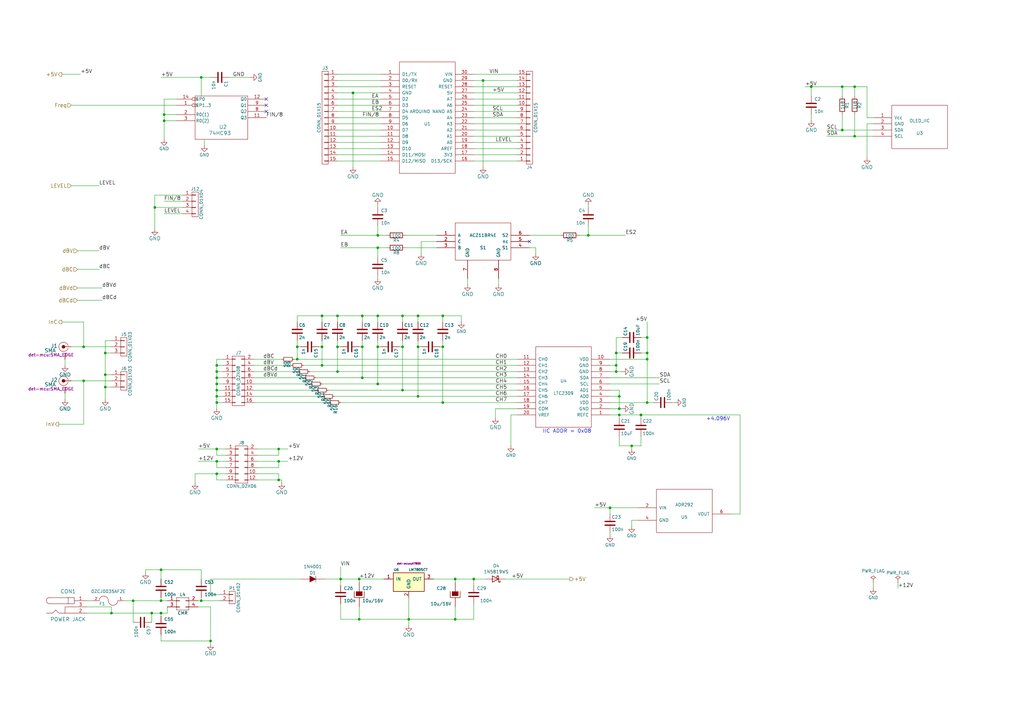
<source format=kicad_sch>
(kicad_sch (version 20250114) (generator "eeschema") (generator_version "9.0")
  (paper "A3")
  (lib_symbols
    (symbol "74LS93_1" (pin_names (offset 0.254))
      (property "Reference" "U" (at 1.27 -3.81 0))
      (property "Value" "74LS93" (at 0 -6.35 0))
      (symbol "74LS93_1_0_0"
        (pin power_in line (at -7.62 8.89 270) (length 0) (hide yes) (name "VCC") (number "5"))
        (pin input line (at -6.35 -8.89 90) (length 0) (hide yes) (name "GND") (number "10"))
      )
      (symbol "74LS93_1_1_1"
        (pin input inverted_clock (at -17.78 7.62 0) (length 7.62) (name "CP0") (number "14"))
        (pin input inverted_clock (at -17.78 5.08 0) (length 7.62) (name "CP1..3") (number "1"))
        (pin input line (at -17.78 1.27 0) (length 7.62) (name "R0(1)") (number "2"))
        (pin input line (at -17.78 -1.27 0) (length 7.62) (name "R0(2)") (number "3"))
        (pin output line (at 19.05 7.62 180) (length 7.62) (name "Q0") (number "12"))
        (pin output line (at 19.05 5.08 180) (length 7.62) (name "Q1") (number "9"))
        (pin output line (at 19.05 2.54 180) (length 7.62) (name "Q2") (number "8"))
        (pin output line (at 19.05 0 180) (length 7.62) (name "Q3") (number "11"))
      )
    )
    (symbol "74LS93_2" (pin_names (offset 0.254))
      (property "Reference" "U" (at 1.27 -3.81 0))
      (property "Value" "74LS93" (at 0 -6.35 0))
      (symbol "74LS93_2_0_0"
        (pin power_in line (at -7.62 8.89 270) (length 0) (hide yes) (name "VCC") (number "5"))
        (pin input line (at -6.35 -8.89 90) (length 0) (hide yes) (name "GND") (number "10"))
      )
      (symbol "74LS93_2_1_1"
        (pin input inverted_clock (at -17.78 7.62 0) (length 7.62) (name "CP0") (number "14"))
        (pin input inverted_clock (at -17.78 5.08 0) (length 7.62) (name "CP1..3") (number "1"))
        (pin input line (at -17.78 1.27 0) (length 7.62) (name "R0(1)") (number "2"))
        (pin input line (at -17.78 -1.27 0) (length 7.62) (name "R0(2)") (number "3"))
        (pin output line (at 19.05 7.62 180) (length 7.62) (name "Q0") (number "12"))
        (pin output line (at 19.05 5.08 180) (length 7.62) (name "Q1") (number "9"))
        (pin output line (at 19.05 2.54 180) (length 7.62) (name "Q2") (number "8"))
        (pin output line (at 19.05 0 180) (length 7.62) (name "Q3") (number "11"))
      )
    )
    (symbol "ADR292:ADR292" (pin_names (offset 1.016))
      (property "Reference" "U" (at 0 -2.54 0))
      (property "Value" "ADR292" (at 0 2.54 0))
      (symbol "ADR292_1_1"
        (pin power_in line (at -19.05 1.27 0) (length 7.62) (name "VIN") (number "2"))
        (pin power_in line (at -19.05 -3.81 0) (length 7.62) (name "GND") (number "4"))
        (pin output line (at 19.05 -1.27 180) (length 7.62) (name "VOUT") (number "6"))
      )
    )
    (symbol "ARDUINO-NANO:ARDUINO" (pin_names (offset 1.016))
      (property "Reference" "U" (at 0 -2.54 0))
      (property "Value" "ARDUINO" (at 0 2.54 0))
      (symbol "ARDUINO_1_1"
        (pin bidirectional line (at -19.05 17.78 0) (length 7.62) (name "D1/TX") (number "1"))
        (pin bidirectional line (at -19.05 15.24 0) (length 7.62) (name "D0/RX") (number "2"))
        (pin input line (at -19.05 12.7 0) (length 7.62) (name "RESET") (number "3"))
        (pin power_in line (at -19.05 10.16 0) (length 7.62) (name "GND") (number "4"))
        (pin bidirectional line (at -19.05 7.62 0) (length 7.62) (name "D2") (number "5"))
        (pin bidirectional line (at -19.05 5.08 0) (length 7.62) (name "D3") (number "6"))
        (pin bidirectional line (at -19.05 2.54 0) (length 7.62) (name "D4") (number "7"))
        (pin bidirectional line (at -19.05 0 0) (length 7.62) (name "D5") (number "8"))
        (pin bidirectional line (at -19.05 -2.54 0) (length 7.62) (name "D6") (number "9"))
        (pin bidirectional line (at -19.05 -5.08 0) (length 7.62) (name "D7") (number "10"))
        (pin bidirectional line (at -19.05 -7.62 0) (length 7.62) (name "D8") (number "11"))
        (pin bidirectional line (at -19.05 -10.16 0) (length 7.62) (name "D9") (number "12"))
        (pin bidirectional line (at -19.05 -12.7 0) (length 7.62) (name "D10") (number "13"))
        (pin bidirectional line (at -19.05 -15.24 0) (length 7.62) (name "D11/MOSI") (number "14"))
        (pin bidirectional line (at -19.05 -17.78 0) (length 7.62) (name "D12/MISO") (number "15"))
        (pin power_in line (at 19.05 17.78 180) (length 7.62) (name "VIN") (number "30"))
        (pin power_in line (at 19.05 15.24 180) (length 7.62) (name "GND") (number "29"))
        (pin input line (at 19.05 12.7 180) (length 7.62) (name "RESET") (number "28"))
        (pin power_out line (at 19.05 10.16 180) (length 7.62) (name "5V") (number "27"))
        (pin bidirectional line (at 19.05 7.62 180) (length 7.62) (name "A7") (number "26"))
        (pin bidirectional line (at 19.05 5.08 180) (length 7.62) (name "A6") (number "25"))
        (pin bidirectional line (at 19.05 2.54 180) (length 7.62) (name "A5") (number "24"))
        (pin bidirectional line (at 19.05 0 180) (length 7.62) (name "A4") (number "23"))
        (pin bidirectional line (at 19.05 -2.54 180) (length 7.62) (name "A3") (number "22"))
        (pin bidirectional line (at 19.05 -5.08 180) (length 7.62) (name "A2") (number "21"))
        (pin bidirectional line (at 19.05 -7.62 180) (length 7.62) (name "A1") (number "20"))
        (pin bidirectional line (at 19.05 -10.16 180) (length 7.62) (name "A0") (number "19"))
        (pin passive line (at 19.05 -12.7 180) (length 7.62) (name "AREF") (number "18"))
        (pin power_out line (at 19.05 -15.24 180) (length 7.62) (name "3V3") (number "17"))
        (pin bidirectional line (at 19.05 -17.78 180) (length 7.62) (name "D13/SCK") (number "16"))
      )
    )
    (symbol "AZC11BRXE:AZC11BRXE" (pin_names (offset 1.016))
      (property "Reference" "S" (at 0 -2.54 0))
      (property "Value" "AZC11BRXE" (at 0 2.54 0))
      (symbol "AZC11BRXE_1_1"
        (pin passive line (at -19.05 2.54 0) (length 7.62) (name "A") (number "1"))
        (pin passive line (at -19.05 0 0) (length 7.62) (name "C") (number "2"))
        (pin passive line (at -19.05 -2.54 0) (length 7.62) (name "B") (number "3"))
        (pin input line (at -6.35 -15.24 90) (length 7.62) (name "GND") (number "7"))
        (pin input line (at 6.35 -15.24 90) (length 7.62) (name "GND") (number "8"))
        (pin passive line (at 19.05 2.54 180) (length 7.62) (name "S2") (number "6"))
        (pin passive line (at 19.05 0 180) (length 7.62) (name "nc") (number "5"))
        (pin passive line (at 19.05 -2.54 180) (length 7.62) (name "S1") (number "4"))
      )
    )
    (symbol "BARREL_JACK_1" (pin_names (offset 1.016))
      (property "Reference" "J" (at 0 4.953 0))
      (property "Value" "BARREL_JACK" (at 0 -3.937 0))
      (symbol "BARREL_JACK_1_1_1"
        (pin passive line (at 7.62 2.54 180) (length 5.08) (name "~") (number "1"))
        (pin passive line (at 7.62 0 180) (length 5.08) (name "~") (number "3"))
        (pin passive line (at 7.62 -2.54 180) (length 5.08) (name "~") (number "2"))
      )
    )
    (symbol "BARREL_JACK_2" (pin_names (offset 1.016))
      (property "Reference" "J" (at 0 4.953 0))
      (property "Value" "BARREL_JACK" (at 0 -3.937 0))
      (symbol "BARREL_JACK_2_1_1"
        (pin passive line (at 7.62 2.54 180) (length 5.08) (name "~") (number "1"))
        (pin passive line (at 7.62 0 180) (length 5.08) (name "~") (number "3"))
        (pin passive line (at 7.62 -2.54 180) (length 5.08) (name "~") (number "2"))
      )
    )
    (symbol "CAPAPOL_1" (pin_numbers (hide yes)) (pin_names (offset 0.254) (hide yes))
      (property "Reference" "C" (at 1.27 2.54 0))
      (property "Value" "CAPAPOL" (at 1.27 -2.54 0))
      (symbol "CAPAPOL_1_1_1"
        (pin passive line (at 0 5.08 270) (length 3.81) (name "~") (number "1"))
        (pin passive line (at 0 -5.08 90) (length 3.81) (name "~") (number "2"))
      )
    )
    (symbol "CAPAPOL_2" (pin_numbers (hide yes)) (pin_names (offset 0.254) (hide yes))
      (property "Reference" "C" (at 1.27 2.54 0))
      (property "Value" "CAPAPOL" (at 1.27 -2.54 0))
      (symbol "CAPAPOL_2_1_1"
        (pin passive line (at 0 5.08 270) (length 3.81) (name "~") (number "1"))
        (pin passive line (at 0 -5.08 90) (length 3.81) (name "~") (number "2"))
      )
    )
    (symbol "CAPAPOL_3" (pin_numbers (hide yes)) (pin_names (offset 0.254) (hide yes))
      (property "Reference" "C" (at 1.27 2.54 0))
      (property "Value" "CAPAPOL" (at 1.27 -2.54 0))
      (symbol "CAPAPOL_3_1_1"
        (pin passive line (at 0 5.08 270) (length 3.81) (name "~") (number "1"))
        (pin passive line (at 0 -5.08 90) (length 3.81) (name "~") (number "2"))
      )
    )
    (symbol "CAPAPOL_4" (pin_numbers (hide yes)) (pin_names (offset 0.254) (hide yes))
      (property "Reference" "C" (at 1.27 2.54 0))
      (property "Value" "CAPAPOL" (at 1.27 -2.54 0))
      (symbol "CAPAPOL_4_1_1"
        (pin passive line (at 0 5.08 270) (length 3.81) (name "~") (number "1"))
        (pin passive line (at 0 -5.08 90) (length 3.81) (name "~") (number "2"))
      )
    )
    (symbol "CONN_01X02_1" (pin_names (offset 1.016) (hide yes))
      (property "Reference" "J" (at 0 3.81 0))
      (property "Value" "CONN_01X02" (at 2.54 0 90))
      (symbol "CONN_01X02_1_1_1"
        (pin passive line (at -5.08 1.27 0) (length 3.81) (name "P1") (number "1"))
        (pin passive line (at -5.08 -1.27 0) (length 3.81) (name "P2") (number "2"))
      )
    )
    (symbol "CONN_01X02_2" (pin_names (offset 1.016) (hide yes))
      (property "Reference" "J" (at 0 3.81 0))
      (property "Value" "CONN_01X02" (at 2.54 0 90))
      (symbol "CONN_01X02_2_1_1"
        (pin passive line (at -5.08 1.27 0) (length 3.81) (name "P1") (number "1"))
        (pin passive line (at -5.08 -1.27 0) (length 3.81) (name "P2") (number "2"))
      )
    )
    (symbol "CONN_01X03_1" (pin_names (offset 1.016) (hide yes))
      (property "Reference" "J" (at 0 5.08 0))
      (property "Value" "CONN_01X03" (at 2.54 0 90))
      (symbol "CONN_01X03_1_1_1"
        (pin passive line (at -5.08 2.54 0) (length 3.81) (name "P1") (number "1"))
        (pin passive line (at -5.08 0 0) (length 3.81) (name "P2") (number "2"))
        (pin passive line (at -5.08 -2.54 0) (length 3.81) (name "P3") (number "3"))
      )
    )
    (symbol "CONN_01X03_2" (pin_names (offset 1.016) (hide yes))
      (property "Reference" "J" (at 0 5.08 0))
      (property "Value" "CONN_01X03" (at 2.54 0 90))
      (symbol "CONN_01X03_2_1_1"
        (pin passive line (at -5.08 2.54 0) (length 3.81) (name "P1") (number "1"))
        (pin passive line (at -5.08 0 0) (length 3.81) (name "P2") (number "2"))
        (pin passive line (at -5.08 -2.54 0) (length 3.81) (name "P3") (number "3"))
      )
    )
    (symbol "CONN_01X03_3" (pin_names (offset 1.016) (hide yes))
      (property "Reference" "J" (at 0 5.08 0))
      (property "Value" "CONN_01X03" (at 2.54 0 90))
      (symbol "CONN_01X03_3_1_1"
        (pin passive line (at -5.08 2.54 0) (length 3.81) (name "P1") (number "1"))
        (pin passive line (at -5.08 0 0) (length 3.81) (name "P2") (number "2"))
        (pin passive line (at -5.08 -2.54 0) (length 3.81) (name "P3") (number "3"))
      )
    )
    (symbol "CONN_01X03_4" (pin_names (offset 1.016) (hide yes))
      (property "Reference" "J" (at 0 5.08 0))
      (property "Value" "CONN_01X03" (at 2.54 0 90))
      (symbol "CONN_01X03_4_1_1"
        (pin passive line (at -5.08 2.54 0) (length 3.81) (name "P1") (number "1"))
        (pin passive line (at -5.08 0 0) (length 3.81) (name "P2") (number "2"))
        (pin passive line (at -5.08 -2.54 0) (length 3.81) (name "P3") (number "3"))
      )
    )
    (symbol "CONN_01X04_1" (pin_names (offset 1.016) (hide yes))
      (property "Reference" "J" (at 0 6.35 0))
      (property "Value" "CONN_01X04" (at 2.54 0 90))
      (symbol "CONN_01X04_1_1_1"
        (pin passive line (at -5.08 3.81 0) (length 3.81) (name "P1") (number "1"))
        (pin passive line (at -5.08 1.27 0) (length 3.81) (name "P2") (number "2"))
        (pin passive line (at -5.08 -1.27 0) (length 3.81) (name "P3") (number "3"))
        (pin passive line (at -5.08 -3.81 0) (length 3.81) (name "P4") (number "4"))
      )
    )
    (symbol "CONN_01X04_2" (pin_names (offset 1.016) (hide yes))
      (property "Reference" "J" (at 0 6.35 0))
      (property "Value" "CONN_01X04" (at 2.54 0 90))
      (symbol "CONN_01X04_2_1_1"
        (pin passive line (at -5.08 3.81 0) (length 3.81) (name "P1") (number "1"))
        (pin passive line (at -5.08 1.27 0) (length 3.81) (name "P2") (number "2"))
        (pin passive line (at -5.08 -1.27 0) (length 3.81) (name "P3") (number "3"))
        (pin passive line (at -5.08 -3.81 0) (length 3.81) (name "P4") (number "4"))
      )
    )
    (symbol "CONN_01X15_1" (pin_names (offset 1.016) (hide yes))
      (property "Reference" "J" (at 0 20.32 0))
      (property "Value" "CONN_01X15" (at 2.54 0 90))
      (symbol "CONN_01X15_1_1_1"
        (pin passive line (at -5.08 17.78 0) (length 3.81) (name "P1") (number "1"))
        (pin passive line (at -5.08 15.24 0) (length 3.81) (name "P2") (number "2"))
        (pin passive line (at -5.08 12.7 0) (length 3.81) (name "P3") (number "3"))
        (pin passive line (at -5.08 10.16 0) (length 3.81) (name "P4") (number "4"))
        (pin passive line (at -5.08 7.62 0) (length 3.81) (name "P5") (number "5"))
        (pin passive line (at -5.08 5.08 0) (length 3.81) (name "P6") (number "6"))
        (pin passive line (at -5.08 2.54 0) (length 3.81) (name "P7") (number "7"))
        (pin passive line (at -5.08 0 0) (length 3.81) (name "P8") (number "8"))
        (pin passive line (at -5.08 -2.54 0) (length 3.81) (name "P9") (number "9"))
        (pin passive line (at -5.08 -5.08 0) (length 3.81) (name "P10") (number "10"))
        (pin passive line (at -5.08 -7.62 0) (length 3.81) (name "P11") (number "11"))
        (pin passive line (at -5.08 -10.16 0) (length 3.81) (name "P12") (number "12"))
        (pin passive line (at -5.08 -12.7 0) (length 3.81) (name "P13") (number "13"))
        (pin passive line (at -5.08 -15.24 0) (length 3.81) (name "P14") (number "14"))
        (pin passive line (at -5.08 -17.78 0) (length 3.81) (name "P15") (number "15"))
      )
    )
    (symbol "CONN_01X15_2" (pin_names (offset 1.016) (hide yes))
      (property "Reference" "J" (at 0 20.32 0))
      (property "Value" "CONN_01X15" (at 2.54 0 90))
      (symbol "CONN_01X15_2_1_1"
        (pin passive line (at -5.08 17.78 0) (length 3.81) (name "P1") (number "1"))
        (pin passive line (at -5.08 15.24 0) (length 3.81) (name "P2") (number "2"))
        (pin passive line (at -5.08 12.7 0) (length 3.81) (name "P3") (number "3"))
        (pin passive line (at -5.08 10.16 0) (length 3.81) (name "P4") (number "4"))
        (pin passive line (at -5.08 7.62 0) (length 3.81) (name "P5") (number "5"))
        (pin passive line (at -5.08 5.08 0) (length 3.81) (name "P6") (number "6"))
        (pin passive line (at -5.08 2.54 0) (length 3.81) (name "P7") (number "7"))
        (pin passive line (at -5.08 0 0) (length 3.81) (name "P8") (number "8"))
        (pin passive line (at -5.08 -2.54 0) (length 3.81) (name "P9") (number "9"))
        (pin passive line (at -5.08 -5.08 0) (length 3.81) (name "P10") (number "10"))
        (pin passive line (at -5.08 -7.62 0) (length 3.81) (name "P11") (number "11"))
        (pin passive line (at -5.08 -10.16 0) (length 3.81) (name "P12") (number "12"))
        (pin passive line (at -5.08 -12.7 0) (length 3.81) (name "P13") (number "13"))
        (pin passive line (at -5.08 -15.24 0) (length 3.81) (name "P14") (number "14"))
        (pin passive line (at -5.08 -17.78 0) (length 3.81) (name "P15") (number "15"))
      )
    )
    (symbol "CONN_01X15_3" (pin_names (offset 1.016) (hide yes))
      (property "Reference" "J" (at 0 20.32 0))
      (property "Value" "CONN_01X15" (at 2.54 0 90))
      (symbol "CONN_01X15_3_1_1"
        (pin passive line (at -5.08 17.78 0) (length 3.81) (name "P1") (number "1"))
        (pin passive line (at -5.08 15.24 0) (length 3.81) (name "P2") (number "2"))
        (pin passive line (at -5.08 12.7 0) (length 3.81) (name "P3") (number "3"))
        (pin passive line (at -5.08 10.16 0) (length 3.81) (name "P4") (number "4"))
        (pin passive line (at -5.08 7.62 0) (length 3.81) (name "P5") (number "5"))
        (pin passive line (at -5.08 5.08 0) (length 3.81) (name "P6") (number "6"))
        (pin passive line (at -5.08 2.54 0) (length 3.81) (name "P7") (number "7"))
        (pin passive line (at -5.08 0 0) (length 3.81) (name "P8") (number "8"))
        (pin passive line (at -5.08 -2.54 0) (length 3.81) (name "P9") (number "9"))
        (pin passive line (at -5.08 -5.08 0) (length 3.81) (name "P10") (number "10"))
        (pin passive line (at -5.08 -7.62 0) (length 3.81) (name "P11") (number "11"))
        (pin passive line (at -5.08 -10.16 0) (length 3.81) (name "P12") (number "12"))
        (pin passive line (at -5.08 -12.7 0) (length 3.81) (name "P13") (number "13"))
        (pin passive line (at -5.08 -15.24 0) (length 3.81) (name "P14") (number "14"))
        (pin passive line (at -5.08 -17.78 0) (length 3.81) (name "P15") (number "15"))
      )
    )
    (symbol "CONN_01X15_4" (pin_names (offset 1.016) (hide yes))
      (property "Reference" "J" (at 0 20.32 0))
      (property "Value" "CONN_01X15" (at 2.54 0 90))
      (symbol "CONN_01X15_4_1_1"
        (pin passive line (at -5.08 17.78 0) (length 3.81) (name "P1") (number "1"))
        (pin passive line (at -5.08 15.24 0) (length 3.81) (name "P2") (number "2"))
        (pin passive line (at -5.08 12.7 0) (length 3.81) (name "P3") (number "3"))
        (pin passive line (at -5.08 10.16 0) (length 3.81) (name "P4") (number "4"))
        (pin passive line (at -5.08 7.62 0) (length 3.81) (name "P5") (number "5"))
        (pin passive line (at -5.08 5.08 0) (length 3.81) (name "P6") (number "6"))
        (pin passive line (at -5.08 2.54 0) (length 3.81) (name "P7") (number "7"))
        (pin passive line (at -5.08 0 0) (length 3.81) (name "P8") (number "8"))
        (pin passive line (at -5.08 -2.54 0) (length 3.81) (name "P9") (number "9"))
        (pin passive line (at -5.08 -5.08 0) (length 3.81) (name "P10") (number "10"))
        (pin passive line (at -5.08 -7.62 0) (length 3.81) (name "P11") (number "11"))
        (pin passive line (at -5.08 -10.16 0) (length 3.81) (name "P12") (number "12"))
        (pin passive line (at -5.08 -12.7 0) (length 3.81) (name "P13") (number "13"))
        (pin passive line (at -5.08 -15.24 0) (length 3.81) (name "P14") (number "14"))
        (pin passive line (at -5.08 -17.78 0) (length 3.81) (name "P15") (number "15"))
      )
    )
    (symbol "CONN_02X02_1" (pin_names (offset 0.0254) (hide yes))
      (property "Reference" "J" (at 0 3.81 0))
      (property "Value" "CONN_02X02" (at 0 -3.81 0))
      (symbol "CONN_02X02_1_1_1"
        (pin passive line (at -6.35 1.27 0) (length 3.81) (name "P1") (number "1"))
        (pin passive line (at -6.35 -1.27 0) (length 3.81) (name "P3") (number "3"))
        (pin passive line (at 6.35 1.27 180) (length 3.81) (name "P2") (number "2"))
        (pin passive line (at 6.35 -1.27 180) (length 3.81) (name "P4") (number "4"))
      )
    )
    (symbol "CONN_02X02_2" (pin_names (offset 0.0254) (hide yes))
      (property "Reference" "J" (at 0 3.81 0))
      (property "Value" "CONN_02X02" (at 0 -3.81 0))
      (symbol "CONN_02X02_2_1_1"
        (pin passive line (at -6.35 1.27 0) (length 3.81) (name "P1") (number "1"))
        (pin passive line (at -6.35 -1.27 0) (length 3.81) (name "P3") (number "3"))
        (pin passive line (at 6.35 1.27 180) (length 3.81) (name "P2") (number "2"))
        (pin passive line (at 6.35 -1.27 180) (length 3.81) (name "P4") (number "4"))
      )
    )
    (symbol "CONN_02X06_1" (pin_names (offset 0.0254) (hide yes))
      (property "Reference" "J" (at 0 8.89 0))
      (property "Value" "CONN_02X06" (at 0 -8.89 0))
      (symbol "CONN_02X06_1_1_1"
        (pin passive line (at -6.35 6.35 0) (length 3.81) (name "P1") (number "1"))
        (pin passive line (at -6.35 3.81 0) (length 3.81) (name "P3") (number "3"))
        (pin passive line (at -6.35 1.27 0) (length 3.81) (name "P5") (number "5"))
        (pin passive line (at -6.35 -1.27 0) (length 3.81) (name "P7") (number "7"))
        (pin passive line (at -6.35 -3.81 0) (length 3.81) (name "P9") (number "9"))
        (pin passive line (at -6.35 -6.35 0) (length 3.81) (name "P11") (number "11"))
        (pin passive line (at 6.35 6.35 180) (length 3.81) (name "P2") (number "2"))
        (pin passive line (at 6.35 3.81 180) (length 3.81) (name "P4") (number "4"))
        (pin passive line (at 6.35 1.27 180) (length 3.81) (name "P6") (number "6"))
        (pin passive line (at 6.35 -1.27 180) (length 3.81) (name "P8") (number "8"))
        (pin passive line (at 6.35 -3.81 180) (length 3.81) (name "P10") (number "10"))
        (pin passive line (at 6.35 -6.35 180) (length 3.81) (name "P12") (number "12"))
      )
    )
    (symbol "CONN_02X06_2" (pin_names (offset 0.0254) (hide yes))
      (property "Reference" "J" (at 0 8.89 0))
      (property "Value" "CONN_02X06" (at 0 -8.89 0))
      (symbol "CONN_02X06_2_1_1"
        (pin passive line (at -6.35 6.35 0) (length 3.81) (name "P1") (number "1"))
        (pin passive line (at -6.35 3.81 0) (length 3.81) (name "P3") (number "3"))
        (pin passive line (at -6.35 1.27 0) (length 3.81) (name "P5") (number "5"))
        (pin passive line (at -6.35 -1.27 0) (length 3.81) (name "P7") (number "7"))
        (pin passive line (at -6.35 -3.81 0) (length 3.81) (name "P9") (number "9"))
        (pin passive line (at -6.35 -6.35 0) (length 3.81) (name "P11") (number "11"))
        (pin passive line (at 6.35 6.35 180) (length 3.81) (name "P2") (number "2"))
        (pin passive line (at 6.35 3.81 180) (length 3.81) (name "P4") (number "4"))
        (pin passive line (at 6.35 1.27 180) (length 3.81) (name "P6") (number "6"))
        (pin passive line (at 6.35 -1.27 180) (length 3.81) (name "P8") (number "8"))
        (pin passive line (at 6.35 -3.81 180) (length 3.81) (name "P10") (number "10"))
        (pin passive line (at 6.35 -6.35 180) (length 3.81) (name "P12") (number "12"))
      )
    )
    (symbol "CONN_02X08_1" (pin_names (offset 0.0254) (hide yes))
      (property "Reference" "J" (at 0 11.43 0))
      (property "Value" "CONN_02X08" (at 0 0 90))
      (symbol "CONN_02X08_1_1_1"
        (pin passive line (at -6.35 8.89 0) (length 3.81) (name "P1") (number "1"))
        (pin passive line (at -6.35 6.35 0) (length 3.81) (name "P3") (number "3"))
        (pin passive line (at -6.35 3.81 0) (length 3.81) (name "P5") (number "5"))
        (pin passive line (at -6.35 1.27 0) (length 3.81) (name "P7") (number "7"))
        (pin passive line (at -6.35 -1.27 0) (length 3.81) (name "P9") (number "9"))
        (pin passive line (at -6.35 -3.81 0) (length 3.81) (name "P11") (number "11"))
        (pin passive line (at -6.35 -6.35 0) (length 3.81) (name "P13") (number "13"))
        (pin passive line (at -6.35 -8.89 0) (length 3.81) (name "P15") (number "15"))
        (pin passive line (at 6.35 8.89 180) (length 3.81) (name "P2") (number "2"))
        (pin passive line (at 6.35 6.35 180) (length 3.81) (name "P4") (number "4"))
        (pin passive line (at 6.35 3.81 180) (length 3.81) (name "P6") (number "6"))
        (pin passive line (at 6.35 1.27 180) (length 3.81) (name "P8") (number "8"))
        (pin passive line (at 6.35 -1.27 180) (length 3.81) (name "P10") (number "10"))
        (pin passive line (at 6.35 -3.81 180) (length 3.81) (name "P12") (number "12"))
        (pin passive line (at 6.35 -6.35 180) (length 3.81) (name "P14") (number "14"))
        (pin passive line (at 6.35 -8.89 180) (length 3.81) (name "P16") (number "16"))
      )
    )
    (symbol "CONN_02X08_2" (pin_names (offset 0.0254) (hide yes))
      (property "Reference" "J" (at 0 11.43 0))
      (property "Value" "CONN_02X08" (at 0 0 90))
      (symbol "CONN_02X08_2_1_1"
        (pin passive line (at -6.35 8.89 0) (length 3.81) (name "P1") (number "1"))
        (pin passive line (at -6.35 6.35 0) (length 3.81) (name "P3") (number "3"))
        (pin passive line (at -6.35 3.81 0) (length 3.81) (name "P5") (number "5"))
        (pin passive line (at -6.35 1.27 0) (length 3.81) (name "P7") (number "7"))
        (pin passive line (at -6.35 -1.27 0) (length 3.81) (name "P9") (number "9"))
        (pin passive line (at -6.35 -3.81 0) (length 3.81) (name "P11") (number "11"))
        (pin passive line (at -6.35 -6.35 0) (length 3.81) (name "P13") (number "13"))
        (pin passive line (at -6.35 -8.89 0) (length 3.81) (name "P15") (number "15"))
        (pin passive line (at 6.35 8.89 180) (length 3.81) (name "P2") (number "2"))
        (pin passive line (at 6.35 6.35 180) (length 3.81) (name "P4") (number "4"))
        (pin passive line (at 6.35 3.81 180) (length 3.81) (name "P6") (number "6"))
        (pin passive line (at 6.35 1.27 180) (length 3.81) (name "P8") (number "8"))
        (pin passive line (at 6.35 -1.27 180) (length 3.81) (name "P10") (number "10"))
        (pin passive line (at 6.35 -3.81 180) (length 3.81) (name "P12") (number "12"))
        (pin passive line (at 6.35 -6.35 180) (length 3.81) (name "P14") (number "14"))
        (pin passive line (at 6.35 -8.89 180) (length 3.81) (name "P16") (number "16"))
      )
    )
    (symbol "C_1" (pin_numbers (hide yes)) (pin_names (offset 0.254))
      (property "Reference" "C" (at 0.635 2.54 0))
      (property "Value" "C" (at 0.635 -2.54 0))
      (symbol "C_1_1_1"
        (pin passive line (at 0 3.81 270) (length 2.794) (name "~") (number "1"))
        (pin passive line (at 0 -3.81 90) (length 2.794) (name "~") (number "2"))
      )
    )
    (symbol "C_10" (pin_numbers (hide yes)) (pin_names (offset 0.254))
      (property "Reference" "C" (at 0.635 2.54 0))
      (property "Value" "C" (at 0.635 -2.54 0))
      (symbol "C_10_1_1"
        (pin passive line (at 0 3.81 270) (length 2.794) (name "~") (number "1"))
        (pin passive line (at 0 -3.81 90) (length 2.794) (name "~") (number "2"))
      )
    )
    (symbol "C_11" (pin_numbers (hide yes)) (pin_names (offset 0.254))
      (property "Reference" "C" (at 0.635 2.54 0))
      (property "Value" "C" (at 0.635 -2.54 0))
      (symbol "C_11_1_1"
        (pin passive line (at 0 3.81 270) (length 2.794) (name "~") (number "1"))
        (pin passive line (at 0 -3.81 90) (length 2.794) (name "~") (number "2"))
      )
    )
    (symbol "C_12" (pin_numbers (hide yes)) (pin_names (offset 0.254))
      (property "Reference" "C" (at 0.635 2.54 0))
      (property "Value" "C" (at 0.635 -2.54 0))
      (symbol "C_12_1_1"
        (pin passive line (at 0 3.81 270) (length 2.794) (name "~") (number "1"))
        (pin passive line (at 0 -3.81 90) (length 2.794) (name "~") (number "2"))
      )
    )
    (symbol "C_13" (pin_numbers (hide yes)) (pin_names (offset 0.254))
      (property "Reference" "C" (at 0.635 2.54 0))
      (property "Value" "C" (at 0.635 -2.54 0))
      (symbol "C_13_1_1"
        (pin passive line (at 0 3.81 270) (length 2.794) (name "~") (number "1"))
        (pin passive line (at 0 -3.81 90) (length 2.794) (name "~") (number "2"))
      )
    )
    (symbol "C_14" (pin_numbers (hide yes)) (pin_names (offset 0.254))
      (property "Reference" "C" (at 0.635 2.54 0))
      (property "Value" "C" (at 0.635 -2.54 0))
      (symbol "C_14_1_1"
        (pin passive line (at 0 3.81 270) (length 2.794) (name "~") (number "1"))
        (pin passive line (at 0 -3.81 90) (length 2.794) (name "~") (number "2"))
      )
    )
    (symbol "C_15" (pin_numbers (hide yes)) (pin_names (offset 0.254))
      (property "Reference" "C" (at 0.635 2.54 0))
      (property "Value" "C" (at 0.635 -2.54 0))
      (symbol "C_15_1_1"
        (pin passive line (at 0 3.81 270) (length 2.794) (name "~") (number "1"))
        (pin passive line (at 0 -3.81 90) (length 2.794) (name "~") (number "2"))
      )
    )
    (symbol "C_16" (pin_numbers (hide yes)) (pin_names (offset 0.254))
      (property "Reference" "C" (at 0.635 2.54 0))
      (property "Value" "C" (at 0.635 -2.54 0))
      (symbol "C_16_1_1"
        (pin passive line (at 0 3.81 270) (length 2.794) (name "~") (number "1"))
        (pin passive line (at 0 -3.81 90) (length 2.794) (name "~") (number "2"))
      )
    )
    (symbol "C_17" (pin_numbers (hide yes)) (pin_names (offset 0.254))
      (property "Reference" "C" (at 0.635 2.54 0))
      (property "Value" "C" (at 0.635 -2.54 0))
      (symbol "C_17_1_1"
        (pin passive line (at 0 3.81 270) (length 2.794) (name "~") (number "1"))
        (pin passive line (at 0 -3.81 90) (length 2.794) (name "~") (number "2"))
      )
    )
    (symbol "C_18" (pin_numbers (hide yes)) (pin_names (offset 0.254))
      (property "Reference" "C" (at 0.635 2.54 0))
      (property "Value" "C" (at 0.635 -2.54 0))
      (symbol "C_18_1_1"
        (pin passive line (at 0 3.81 270) (length 2.794) (name "~") (number "1"))
        (pin passive line (at 0 -3.81 90) (length 2.794) (name "~") (number "2"))
      )
    )
    (symbol "C_19" (pin_numbers (hide yes)) (pin_names (offset 0.254))
      (property "Reference" "C" (at 0.635 2.54 0))
      (property "Value" "C" (at 0.635 -2.54 0))
      (symbol "C_19_1_1"
        (pin passive line (at 0 3.81 270) (length 2.794) (name "~") (number "1"))
        (pin passive line (at 0 -3.81 90) (length 2.794) (name "~") (number "2"))
      )
    )
    (symbol "C_2" (pin_numbers (hide yes)) (pin_names (offset 0.254))
      (property "Reference" "C" (at 0.635 2.54 0))
      (property "Value" "C" (at 0.635 -2.54 0))
      (symbol "C_2_1_1"
        (pin passive line (at 0 3.81 270) (length 2.794) (name "~") (number "1"))
        (pin passive line (at 0 -3.81 90) (length 2.794) (name "~") (number "2"))
      )
    )
    (symbol "C_20" (pin_numbers (hide yes)) (pin_names (offset 0.254))
      (property "Reference" "C" (at 0.635 2.54 0))
      (property "Value" "C" (at 0.635 -2.54 0))
      (symbol "C_20_1_1"
        (pin passive line (at 0 3.81 270) (length 2.794) (name "~") (number "1"))
        (pin passive line (at 0 -3.81 90) (length 2.794) (name "~") (number "2"))
      )
    )
    (symbol "C_21" (pin_numbers (hide yes)) (pin_names (offset 0.254))
      (property "Reference" "C" (at 0.635 2.54 0))
      (property "Value" "C" (at 0.635 -2.54 0))
      (symbol "C_21_1_1"
        (pin passive line (at 0 3.81 270) (length 2.794) (name "~") (number "1"))
        (pin passive line (at 0 -3.81 90) (length 2.794) (name "~") (number "2"))
      )
    )
    (symbol "C_22" (pin_numbers (hide yes)) (pin_names (offset 0.254))
      (property "Reference" "C" (at 0.635 2.54 0))
      (property "Value" "C" (at 0.635 -2.54 0))
      (symbol "C_22_1_1"
        (pin passive line (at 0 3.81 270) (length 2.794) (name "~") (number "1"))
        (pin passive line (at 0 -3.81 90) (length 2.794) (name "~") (number "2"))
      )
    )
    (symbol "C_23" (pin_numbers (hide yes)) (pin_names (offset 0.254))
      (property "Reference" "C" (at 0.635 2.54 0))
      (property "Value" "C" (at 0.635 -2.54 0))
      (symbol "C_23_1_1"
        (pin passive line (at 0 3.81 270) (length 2.794) (name "~") (number "1"))
        (pin passive line (at 0 -3.81 90) (length 2.794) (name "~") (number "2"))
      )
    )
    (symbol "C_24" (pin_numbers (hide yes)) (pin_names (offset 0.254))
      (property "Reference" "C" (at 0.635 2.54 0))
      (property "Value" "C" (at 0.635 -2.54 0))
      (symbol "C_24_1_1"
        (pin passive line (at 0 3.81 270) (length 2.794) (name "~") (number "1"))
        (pin passive line (at 0 -3.81 90) (length 2.794) (name "~") (number "2"))
      )
    )
    (symbol "C_25" (pin_numbers (hide yes)) (pin_names (offset 0.254))
      (property "Reference" "C" (at 0.635 2.54 0))
      (property "Value" "C" (at 0.635 -2.54 0))
      (symbol "C_25_1_1"
        (pin passive line (at 0 3.81 270) (length 2.794) (name "~") (number "1"))
        (pin passive line (at 0 -3.81 90) (length 2.794) (name "~") (number "2"))
      )
    )
    (symbol "C_26" (pin_numbers (hide yes)) (pin_names (offset 0.254))
      (property "Reference" "C" (at 0.635 2.54 0))
      (property "Value" "C" (at 0.635 -2.54 0))
      (symbol "C_26_1_1"
        (pin passive line (at 0 3.81 270) (length 2.794) (name "~") (number "1"))
        (pin passive line (at 0 -3.81 90) (length 2.794) (name "~") (number "2"))
      )
    )
    (symbol "C_27" (pin_numbers (hide yes)) (pin_names (offset 0.254))
      (property "Reference" "C" (at 0.635 2.54 0))
      (property "Value" "C" (at 0.635 -2.54 0))
      (symbol "C_27_1_1"
        (pin passive line (at 0 3.81 270) (length 2.794) (name "~") (number "1"))
        (pin passive line (at 0 -3.81 90) (length 2.794) (name "~") (number "2"))
      )
    )
    (symbol "C_28" (pin_numbers (hide yes)) (pin_names (offset 0.254))
      (property "Reference" "C" (at 0.635 2.54 0))
      (property "Value" "C" (at 0.635 -2.54 0))
      (symbol "C_28_1_1"
        (pin passive line (at 0 3.81 270) (length 2.794) (name "~") (number "1"))
        (pin passive line (at 0 -3.81 90) (length 2.794) (name "~") (number "2"))
      )
    )
    (symbol "C_29" (pin_numbers (hide yes)) (pin_names (offset 0.254))
      (property "Reference" "C" (at 0.635 2.54 0))
      (property "Value" "C" (at 0.635 -2.54 0))
      (symbol "C_29_1_1"
        (pin passive line (at 0 3.81 270) (length 2.794) (name "~") (number "1"))
        (pin passive line (at 0 -3.81 90) (length 2.794) (name "~") (number "2"))
      )
    )
    (symbol "C_3" (pin_numbers (hide yes)) (pin_names (offset 0.254))
      (property "Reference" "C" (at 0.635 2.54 0))
      (property "Value" "C" (at 0.635 -2.54 0))
      (symbol "C_3_1_1"
        (pin passive line (at 0 3.81 270) (length 2.794) (name "~") (number "1"))
        (pin passive line (at 0 -3.81 90) (length 2.794) (name "~") (number "2"))
      )
    )
    (symbol "C_30" (pin_numbers (hide yes)) (pin_names (offset 0.254))
      (property "Reference" "C" (at 0.635 2.54 0))
      (property "Value" "C" (at 0.635 -2.54 0))
      (symbol "C_30_1_1"
        (pin passive line (at 0 3.81 270) (length 2.794) (name "~") (number "1"))
        (pin passive line (at 0 -3.81 90) (length 2.794) (name "~") (number "2"))
      )
    )
    (symbol "C_31" (pin_numbers (hide yes)) (pin_names (offset 0.254))
      (property "Reference" "C" (at 0.635 2.54 0))
      (property "Value" "C" (at 0.635 -2.54 0))
      (symbol "C_31_1_1"
        (pin passive line (at 0 3.81 270) (length 2.794) (name "~") (number "1"))
        (pin passive line (at 0 -3.81 90) (length 2.794) (name "~") (number "2"))
      )
    )
    (symbol "C_32" (pin_numbers (hide yes)) (pin_names (offset 0.254))
      (property "Reference" "C" (at 0.635 2.54 0))
      (property "Value" "C" (at 0.635 -2.54 0))
      (symbol "C_32_1_1"
        (pin passive line (at 0 3.81 270) (length 2.794) (name "~") (number "1"))
        (pin passive line (at 0 -3.81 90) (length 2.794) (name "~") (number "2"))
      )
    )
    (symbol "C_33" (pin_numbers (hide yes)) (pin_names (offset 0.254))
      (property "Reference" "C" (at 0.635 2.54 0))
      (property "Value" "C" (at 0.635 -2.54 0))
      (symbol "C_33_1_1"
        (pin passive line (at 0 3.81 270) (length 2.794) (name "~") (number "1"))
        (pin passive line (at 0 -3.81 90) (length 2.794) (name "~") (number "2"))
      )
    )
    (symbol "C_34" (pin_numbers (hide yes)) (pin_names (offset 0.254))
      (property "Reference" "C" (at 0.635 2.54 0))
      (property "Value" "C" (at 0.635 -2.54 0))
      (symbol "C_34_1_1"
        (pin passive line (at 0 3.81 270) (length 2.794) (name "~") (number "1"))
        (pin passive line (at 0 -3.81 90) (length 2.794) (name "~") (number "2"))
      )
    )
    (symbol "C_35" (pin_numbers (hide yes)) (pin_names (offset 0.254))
      (property "Reference" "C" (at 0.635 2.54 0))
      (property "Value" "C" (at 0.635 -2.54 0))
      (symbol "C_35_1_1"
        (pin passive line (at 0 3.81 270) (length 2.794) (name "~") (number "1"))
        (pin passive line (at 0 -3.81 90) (length 2.794) (name "~") (number "2"))
      )
    )
    (symbol "C_36" (pin_numbers (hide yes)) (pin_names (offset 0.254))
      (property "Reference" "C" (at 0.635 2.54 0))
      (property "Value" "C" (at 0.635 -2.54 0))
      (symbol "C_36_1_1"
        (pin passive line (at 0 3.81 270) (length 2.794) (name "~") (number "1"))
        (pin passive line (at 0 -3.81 90) (length 2.794) (name "~") (number "2"))
      )
    )
    (symbol "C_37" (pin_numbers (hide yes)) (pin_names (offset 0.254))
      (property "Reference" "C" (at 0.635 2.54 0))
      (property "Value" "C" (at 0.635 -2.54 0))
      (symbol "C_37_1_1"
        (pin passive line (at 0 3.81 270) (length 2.794) (name "~") (number "1"))
        (pin passive line (at 0 -3.81 90) (length 2.794) (name "~") (number "2"))
      )
    )
    (symbol "C_38" (pin_numbers (hide yes)) (pin_names (offset 0.254))
      (property "Reference" "C" (at 0.635 2.54 0))
      (property "Value" "C" (at 0.635 -2.54 0))
      (symbol "C_38_1_1"
        (pin passive line (at 0 3.81 270) (length 2.794) (name "~") (number "1"))
        (pin passive line (at 0 -3.81 90) (length 2.794) (name "~") (number "2"))
      )
    )
    (symbol "C_39" (pin_numbers (hide yes)) (pin_names (offset 0.254))
      (property "Reference" "C" (at 0.635 2.54 0))
      (property "Value" "C" (at 0.635 -2.54 0))
      (symbol "C_39_1_1"
        (pin passive line (at 0 3.81 270) (length 2.794) (name "~") (number "1"))
        (pin passive line (at 0 -3.81 90) (length 2.794) (name "~") (number "2"))
      )
    )
    (symbol "C_4" (pin_numbers (hide yes)) (pin_names (offset 0.254))
      (property "Reference" "C" (at 0.635 2.54 0))
      (property "Value" "C" (at 0.635 -2.54 0))
      (symbol "C_4_1_1"
        (pin passive line (at 0 3.81 270) (length 2.794) (name "~") (number "1"))
        (pin passive line (at 0 -3.81 90) (length 2.794) (name "~") (number "2"))
      )
    )
    (symbol "C_40" (pin_numbers (hide yes)) (pin_names (offset 0.254))
      (property "Reference" "C" (at 0.635 2.54 0))
      (property "Value" "C" (at 0.635 -2.54 0))
      (symbol "C_40_1_1"
        (pin passive line (at 0 3.81 270) (length 2.794) (name "~") (number "1"))
        (pin passive line (at 0 -3.81 90) (length 2.794) (name "~") (number "2"))
      )
    )
    (symbol "C_41" (pin_numbers (hide yes)) (pin_names (offset 0.254))
      (property "Reference" "C" (at 0.635 2.54 0))
      (property "Value" "C" (at 0.635 -2.54 0))
      (symbol "C_41_1_1"
        (pin passive line (at 0 3.81 270) (length 2.794) (name "~") (number "1"))
        (pin passive line (at 0 -3.81 90) (length 2.794) (name "~") (number "2"))
      )
    )
    (symbol "C_42" (pin_numbers (hide yes)) (pin_names (offset 0.254))
      (property "Reference" "C" (at 0.635 2.54 0))
      (property "Value" "C" (at 0.635 -2.54 0))
      (symbol "C_42_1_1"
        (pin passive line (at 0 3.81 270) (length 2.794) (name "~") (number "1"))
        (pin passive line (at 0 -3.81 90) (length 2.794) (name "~") (number "2"))
      )
    )
    (symbol "C_43" (pin_numbers (hide yes)) (pin_names (offset 0.254))
      (property "Reference" "C" (at 0.635 2.54 0))
      (property "Value" "C" (at 0.635 -2.54 0))
      (symbol "C_43_1_1"
        (pin passive line (at 0 3.81 270) (length 2.794) (name "~") (number "1"))
        (pin passive line (at 0 -3.81 90) (length 2.794) (name "~") (number "2"))
      )
    )
    (symbol "C_44" (pin_numbers (hide yes)) (pin_names (offset 0.254))
      (property "Reference" "C" (at 0.635 2.54 0))
      (property "Value" "C" (at 0.635 -2.54 0))
      (symbol "C_44_1_1"
        (pin passive line (at 0 3.81 270) (length 2.794) (name "~") (number "1"))
        (pin passive line (at 0 -3.81 90) (length 2.794) (name "~") (number "2"))
      )
    )
    (symbol "C_45" (pin_numbers (hide yes)) (pin_names (offset 0.254))
      (property "Reference" "C" (at 0.635 2.54 0))
      (property "Value" "C" (at 0.635 -2.54 0))
      (symbol "C_45_1_1"
        (pin passive line (at 0 3.81 270) (length 2.794) (name "~") (number "1"))
        (pin passive line (at 0 -3.81 90) (length 2.794) (name "~") (number "2"))
      )
    )
    (symbol "C_46" (pin_numbers (hide yes)) (pin_names (offset 0.254))
      (property "Reference" "C" (at 0.635 2.54 0))
      (property "Value" "C" (at 0.635 -2.54 0))
      (symbol "C_46_1_1"
        (pin passive line (at 0 3.81 270) (length 2.794) (name "~") (number "1"))
        (pin passive line (at 0 -3.81 90) (length 2.794) (name "~") (number "2"))
      )
    )
    (symbol "C_47" (pin_numbers (hide yes)) (pin_names (offset 0.254))
      (property "Reference" "C" (at 0.635 2.54 0))
      (property "Value" "C" (at 0.635 -2.54 0))
      (symbol "C_47_1_1"
        (pin passive line (at 0 3.81 270) (length 2.794) (name "~") (number "1"))
        (pin passive line (at 0 -3.81 90) (length 2.794) (name "~") (number "2"))
      )
    )
    (symbol "C_48" (pin_numbers (hide yes)) (pin_names (offset 0.254))
      (property "Reference" "C" (at 0.635 2.54 0))
      (property "Value" "C" (at 0.635 -2.54 0))
      (symbol "C_48_1_1"
        (pin passive line (at 0 3.81 270) (length 2.794) (name "~") (number "1"))
        (pin passive line (at 0 -3.81 90) (length 2.794) (name "~") (number "2"))
      )
    )
    (symbol "C_49" (pin_numbers (hide yes)) (pin_names (offset 0.254))
      (property "Reference" "C" (at 0.635 2.54 0))
      (property "Value" "C" (at 0.635 -2.54 0))
      (symbol "C_49_1_1"
        (pin passive line (at 0 3.81 270) (length 2.794) (name "~") (number "1"))
        (pin passive line (at 0 -3.81 90) (length 2.794) (name "~") (number "2"))
      )
    )
    (symbol "C_5" (pin_numbers (hide yes)) (pin_names (offset 0.254))
      (property "Reference" "C" (at 0.635 2.54 0))
      (property "Value" "C" (at 0.635 -2.54 0))
      (symbol "C_5_1_1"
        (pin passive line (at 0 3.81 270) (length 2.794) (name "~") (number "1"))
        (pin passive line (at 0 -3.81 90) (length 2.794) (name "~") (number "2"))
      )
    )
    (symbol "C_50" (pin_numbers (hide yes)) (pin_names (offset 0.254))
      (property "Reference" "C" (at 0.635 2.54 0))
      (property "Value" "C" (at 0.635 -2.54 0))
      (symbol "C_50_1_1"
        (pin passive line (at 0 3.81 270) (length 2.794) (name "~") (number "1"))
        (pin passive line (at 0 -3.81 90) (length 2.794) (name "~") (number "2"))
      )
    )
    (symbol "C_51" (pin_numbers (hide yes)) (pin_names (offset 0.254))
      (property "Reference" "C" (at 0.635 2.54 0))
      (property "Value" "C" (at 0.635 -2.54 0))
      (symbol "C_51_1_1"
        (pin passive line (at 0 3.81 270) (length 2.794) (name "~") (number "1"))
        (pin passive line (at 0 -3.81 90) (length 2.794) (name "~") (number "2"))
      )
    )
    (symbol "C_52" (pin_numbers (hide yes)) (pin_names (offset 0.254))
      (property "Reference" "C" (at 0.635 2.54 0))
      (property "Value" "C" (at 0.635 -2.54 0))
      (symbol "C_52_1_1"
        (pin passive line (at 0 3.81 270) (length 2.794) (name "~") (number "1"))
        (pin passive line (at 0 -3.81 90) (length 2.794) (name "~") (number "2"))
      )
    )
    (symbol "C_53" (pin_numbers (hide yes)) (pin_names (offset 0.254))
      (property "Reference" "C" (at 0.635 2.54 0))
      (property "Value" "C" (at 0.635 -2.54 0))
      (symbol "C_53_1_1"
        (pin passive line (at 0 3.81 270) (length 2.794) (name "~") (number "1"))
        (pin passive line (at 0 -3.81 90) (length 2.794) (name "~") (number "2"))
      )
    )
    (symbol "C_54" (pin_numbers (hide yes)) (pin_names (offset 0.254))
      (property "Reference" "C" (at 0.635 2.54 0))
      (property "Value" "C" (at 0.635 -2.54 0))
      (symbol "C_54_1_1"
        (pin passive line (at 0 3.81 270) (length 2.794) (name "~") (number "1"))
        (pin passive line (at 0 -3.81 90) (length 2.794) (name "~") (number "2"))
      )
    )
    (symbol "C_55" (pin_numbers (hide yes)) (pin_names (offset 0.254))
      (property "Reference" "C" (at 0.635 2.54 0))
      (property "Value" "C" (at 0.635 -2.54 0))
      (symbol "C_55_1_1"
        (pin passive line (at 0 3.81 270) (length 2.794) (name "~") (number "1"))
        (pin passive line (at 0 -3.81 90) (length 2.794) (name "~") (number "2"))
      )
    )
    (symbol "C_56" (pin_numbers (hide yes)) (pin_names (offset 0.254))
      (property "Reference" "C" (at 0.635 2.54 0))
      (property "Value" "C" (at 0.635 -2.54 0))
      (symbol "C_56_1_1"
        (pin passive line (at 0 3.81 270) (length 2.794) (name "~") (number "1"))
        (pin passive line (at 0 -3.81 90) (length 2.794) (name "~") (number "2"))
      )
    )
    (symbol "C_57" (pin_numbers (hide yes)) (pin_names (offset 0.254))
      (property "Reference" "C" (at 0.635 2.54 0))
      (property "Value" "C" (at 0.635 -2.54 0))
      (symbol "C_57_1_1"
        (pin passive line (at 0 3.81 270) (length 2.794) (name "~") (number "1"))
        (pin passive line (at 0 -3.81 90) (length 2.794) (name "~") (number "2"))
      )
    )
    (symbol "C_58" (pin_numbers (hide yes)) (pin_names (offset 0.254))
      (property "Reference" "C" (at 0.635 2.54 0))
      (property "Value" "C" (at 0.635 -2.54 0))
      (symbol "C_58_1_1"
        (pin passive line (at 0 3.81 270) (length 2.794) (name "~") (number "1"))
        (pin passive line (at 0 -3.81 90) (length 2.794) (name "~") (number "2"))
      )
    )
    (symbol "C_6" (pin_numbers (hide yes)) (pin_names (offset 0.254))
      (property "Reference" "C" (at 0.635 2.54 0))
      (property "Value" "C" (at 0.635 -2.54 0))
      (symbol "C_6_1_1"
        (pin passive line (at 0 3.81 270) (length 2.794) (name "~") (number "1"))
        (pin passive line (at 0 -3.81 90) (length 2.794) (name "~") (number "2"))
      )
    )
    (symbol "C_7" (pin_numbers (hide yes)) (pin_names (offset 0.254))
      (property "Reference" "C" (at 0.635 2.54 0))
      (property "Value" "C" (at 0.635 -2.54 0))
      (symbol "C_7_1_1"
        (pin passive line (at 0 3.81 270) (length 2.794) (name "~") (number "1"))
        (pin passive line (at 0 -3.81 90) (length 2.794) (name "~") (number "2"))
      )
    )
    (symbol "C_8" (pin_numbers (hide yes)) (pin_names (offset 0.254))
      (property "Reference" "C" (at 0.635 2.54 0))
      (property "Value" "C" (at 0.635 -2.54 0))
      (symbol "C_8_1_1"
        (pin passive line (at 0 3.81 270) (length 2.794) (name "~") (number "1"))
        (pin passive line (at 0 -3.81 90) (length 2.794) (name "~") (number "2"))
      )
    )
    (symbol "C_9" (pin_numbers (hide yes)) (pin_names (offset 0.254))
      (property "Reference" "C" (at 0.635 2.54 0))
      (property "Value" "C" (at 0.635 -2.54 0))
      (symbol "C_9_1_1"
        (pin passive line (at 0 3.81 270) (length 2.794) (name "~") (number "1"))
        (pin passive line (at 0 -3.81 90) (length 2.794) (name "~") (number "2"))
      )
    )
    (symbol "DIODE_1" (pin_numbers (hide yes)) (pin_names (offset 1.016) (hide yes))
      (property "Reference" "D" (at 0 2.54 0))
      (property "Value" "DIODE" (at 0 -2.54 0))
      (symbol "DIODE_1_1_1"
        (pin passive line (at -5.08 0 0) (length 3.81) (name "A") (number "1"))
        (pin passive line (at 5.08 0 180) (length 3.81) (name "K") (number "2"))
      )
    )
    (symbol "DIODE_2" (pin_numbers (hide yes)) (pin_names (offset 1.016) (hide yes))
      (property "Reference" "D" (at 0 2.54 0))
      (property "Value" "DIODE" (at 0 -2.54 0))
      (symbol "DIODE_2_1_1"
        (pin passive line (at -5.08 0 0) (length 3.81) (name "A") (number "1"))
        (pin passive line (at 5.08 0 180) (length 3.81) (name "K") (number "2"))
      )
    )
    (symbol "Diode:1N5819WS" (pin_numbers (hide yes)) (pin_names (offset 1.016) (hide yes))
      (property "Reference" "D" (at 0 2.54 0))
      (property "Value" "1N5819WS" (at 0 -2.54 0))
      (symbol "1N5819WS_1_1"
        (pin passive line (at -3.81 0 0) (length 2.54) (name "K") (number "1"))
        (pin passive line (at 3.81 0 180) (length 2.54) (name "A") (number "2"))
      )
    )
    (symbol "FUSE_1" (pin_names (offset 0.254))
      (property "Reference" "F" (at 2.54 1.27 0))
      (property "Value" "FUSE" (at -2.54 -1.27 0))
      (symbol "FUSE_1_1_1"
        (pin input line (at -6.35 0 0) (length 2.54) (name "~") (number "1"))
        (pin input line (at 6.35 0 180) (length 2.54) (name "~") (number "2"))
      )
    )
    (symbol "FUSE_2" (pin_names (offset 0.254))
      (property "Reference" "F" (at 2.54 1.27 0))
      (property "Value" "FUSE" (at -2.54 -1.27 0))
      (symbol "FUSE_2_1_1"
        (pin input line (at -6.35 0 0) (length 2.54) (name "~") (number "1"))
        (pin input line (at 6.35 0 180) (length 2.54) (name "~") (number "2"))
      )
    )
    (symbol "GND_1" (power) (pin_names (offset 0))
      (property "Value" "GND" (at 0 -3.81 0))
      (symbol "GND_1_1_1"
        (pin power_in line (at 0 0 270) (length 0) (hide yes) (name "GND") (number "1"))
      )
    )
    (symbol "GND_10" (power) (pin_names (offset 0))
      (property "Value" "GND" (at 0 -3.81 0))
      (symbol "GND_10_1_1"
        (pin power_in line (at 0 0 270) (length 0) (hide yes) (name "GND") (number "1"))
      )
    )
    (symbol "GND_11" (power) (pin_names (offset 0))
      (property "Value" "GND" (at 0 -3.81 0))
      (symbol "GND_11_1_1"
        (pin power_in line (at 0 0 270) (length 0) (hide yes) (name "GND") (number "1"))
      )
    )
    (symbol "GND_12" (power) (pin_names (offset 0))
      (property "Value" "GND" (at 0 -3.81 0))
      (symbol "GND_12_1_1"
        (pin power_in line (at 0 0 270) (length 0) (hide yes) (name "GND") (number "1"))
      )
    )
    (symbol "GND_13" (power) (pin_names (offset 0))
      (property "Value" "GND" (at 0 -3.81 0))
      (symbol "GND_13_1_1"
        (pin power_in line (at 0 0 270) (length 0) (hide yes) (name "GND") (number "1"))
      )
    )
    (symbol "GND_14" (power) (pin_names (offset 0))
      (property "Value" "GND" (at 0 -3.81 0))
      (symbol "GND_14_1_1"
        (pin power_in line (at 0 0 270) (length 0) (hide yes) (name "GND") (number "1"))
      )
    )
    (symbol "GND_15" (power) (pin_names (offset 0))
      (property "Value" "GND" (at 0 -3.81 0))
      (symbol "GND_15_1_1"
        (pin power_in line (at 0 0 270) (length 0) (hide yes) (name "GND") (number "1"))
      )
    )
    (symbol "GND_16" (power) (pin_names (offset 0))
      (property "Value" "GND" (at 0 -3.81 0))
      (symbol "GND_16_1_1"
        (pin power_in line (at 0 0 270) (length 0) (hide yes) (name "GND") (number "1"))
      )
    )
    (symbol "GND_17" (power) (pin_names (offset 0))
      (property "Value" "GND" (at 0 -3.81 0))
      (symbol "GND_17_1_1"
        (pin power_in line (at 0 0 270) (length 0) (hide yes) (name "GND") (number "1"))
      )
    )
    (symbol "GND_18" (power) (pin_names (offset 0))
      (property "Value" "GND" (at 0 -3.81 0))
      (symbol "GND_18_1_1"
        (pin power_in line (at 0 0 270) (length 0) (hide yes) (name "GND") (number "1"))
      )
    )
    (symbol "GND_19" (power) (pin_names (offset 0))
      (property "Value" "GND" (at 0 -3.81 0))
      (symbol "GND_19_1_1"
        (pin power_in line (at 0 0 270) (length 0) (hide yes) (name "GND") (number "1"))
      )
    )
    (symbol "GND_2" (power) (pin_names (offset 0))
      (property "Value" "GND" (at 0 -3.81 0))
      (symbol "GND_2_1_1"
        (pin power_in line (at 0 0 270) (length 0) (hide yes) (name "GND") (number "1"))
      )
    )
    (symbol "GND_20" (power) (pin_names (offset 0))
      (property "Value" "GND" (at 0 -3.81 0))
      (symbol "GND_20_1_1"
        (pin power_in line (at 0 0 270) (length 0) (hide yes) (name "GND") (number "1"))
      )
    )
    (symbol "GND_21" (power) (pin_names (offset 0))
      (property "Value" "GND" (at 0 -3.81 0))
      (symbol "GND_21_1_1"
        (pin power_in line (at 0 0 270) (length 0) (hide yes) (name "GND") (number "1"))
      )
    )
    (symbol "GND_22" (power) (pin_names (offset 0))
      (property "Value" "GND" (at 0 -3.81 0))
      (symbol "GND_22_1_1"
        (pin power_in line (at 0 0 270) (length 0) (hide yes) (name "GND") (number "1"))
      )
    )
    (symbol "GND_23" (power) (pin_names (offset 0))
      (property "Value" "GND" (at 0 -3.81 0))
      (symbol "GND_23_1_1"
        (pin power_in line (at 0 0 270) (length 0) (hide yes) (name "GND") (number "1"))
      )
    )
    (symbol "GND_24" (power) (pin_names (offset 0))
      (property "Value" "GND" (at 0 -3.81 0))
      (symbol "GND_24_1_1"
        (pin power_in line (at 0 0 270) (length 0) (hide yes) (name "GND") (number "1"))
      )
    )
    (symbol "GND_25" (power) (pin_names (offset 0))
      (property "Value" "GND" (at 0 -3.81 0))
      (symbol "GND_25_1_1"
        (pin power_in line (at 0 0 270) (length 0) (hide yes) (name "GND") (number "1"))
      )
    )
    (symbol "GND_26" (power) (pin_names (offset 0))
      (property "Value" "GND" (at 0 -3.81 0))
      (symbol "GND_26_1_1"
        (pin power_in line (at 0 0 270) (length 0) (hide yes) (name "GND") (number "1"))
      )
    )
    (symbol "GND_27" (power) (pin_names (offset 0))
      (property "Value" "GND" (at 0 -3.81 0))
      (symbol "GND_27_1_1"
        (pin power_in line (at 0 0 270) (length 0) (hide yes) (name "GND") (number "1"))
      )
    )
    (symbol "GND_28" (power) (pin_names (offset 0))
      (property "Value" "GND" (at 0 -3.81 0))
      (symbol "GND_28_1_1"
        (pin power_in line (at 0 0 270) (length 0) (hide yes) (name "GND") (number "1"))
      )
    )
    (symbol "GND_29" (power) (pin_names (offset 0))
      (property "Value" "GND" (at 0 -3.81 0))
      (symbol "GND_29_1_1"
        (pin power_in line (at 0 0 270) (length 0) (hide yes) (name "GND") (number "1"))
      )
    )
    (symbol "GND_3" (power) (pin_names (offset 0))
      (property "Value" "GND" (at 0 -3.81 0))
      (symbol "GND_3_1_1"
        (pin power_in line (at 0 0 270) (length 0) (hide yes) (name "GND") (number "1"))
      )
    )
    (symbol "GND_30" (power) (pin_names (offset 0))
      (property "Value" "GND" (at 0 -3.81 0))
      (symbol "GND_30_1_1"
        (pin power_in line (at 0 0 270) (length 0) (hide yes) (name "GND") (number "1"))
      )
    )
    (symbol "GND_31" (power) (pin_names (offset 0))
      (property "Value" "GND" (at 0 -3.81 0))
      (symbol "GND_31_1_1"
        (pin power_in line (at 0 0 270) (length 0) (hide yes) (name "GND") (number "1"))
      )
    )
    (symbol "GND_32" (power) (pin_names (offset 0))
      (property "Value" "GND" (at 0 -3.81 0))
      (symbol "GND_32_1_1"
        (pin power_in line (at 0 0 270) (length 0) (hide yes) (name "GND") (number "1"))
      )
    )
    (symbol "GND_33" (power) (pin_names (offset 0))
      (property "Value" "GND" (at 0 -3.81 0))
      (symbol "GND_33_1_1"
        (pin power_in line (at 0 0 270) (length 0) (hide yes) (name "GND") (number "1"))
      )
    )
    (symbol "GND_34" (power) (pin_names (offset 0))
      (property "Value" "GND" (at 0 -3.81 0))
      (symbol "GND_34_1_1"
        (pin power_in line (at 0 0 270) (length 0) (hide yes) (name "GND") (number "1"))
      )
    )
    (symbol "GND_35" (power) (pin_names (offset 0))
      (property "Value" "GND" (at 0 -3.81 0))
      (symbol "GND_35_1_1"
        (pin power_in line (at 0 0 270) (length 0) (hide yes) (name "GND") (number "1"))
      )
    )
    (symbol "GND_36" (power) (pin_names (offset 0))
      (property "Value" "GND" (at 0 -3.81 0))
      (symbol "GND_36_1_1"
        (pin power_in line (at 0 0 270) (length 0) (hide yes) (name "GND") (number "1"))
      )
    )
    (symbol "GND_37" (power) (pin_names (offset 0))
      (property "Value" "GND" (at 0 -3.81 0))
      (symbol "GND_37_1_1"
        (pin power_in line (at 0 0 270) (length 0) (hide yes) (name "GND") (number "1"))
      )
    )
    (symbol "GND_38" (power) (pin_names (offset 0))
      (property "Value" "GND" (at 0 -3.81 0))
      (symbol "GND_38_1_1"
        (pin power_in line (at 0 0 270) (length 0) (hide yes) (name "GND") (number "1"))
      )
    )
    (symbol "GND_39" (power) (pin_names (offset 0))
      (property "Value" "GND" (at 0 -3.81 0))
      (symbol "GND_39_1_1"
        (pin power_in line (at 0 0 270) (length 0) (hide yes) (name "GND") (number "1"))
      )
    )
    (symbol "GND_4" (power) (pin_names (offset 0))
      (property "Value" "GND" (at 0 -3.81 0))
      (symbol "GND_4_1_1"
        (pin power_in line (at 0 0 270) (length 0) (hide yes) (name "GND") (number "1"))
      )
    )
    (symbol "GND_40" (power) (pin_names (offset 0))
      (property "Value" "GND" (at 0 -3.81 0))
      (symbol "GND_40_1_1"
        (pin power_in line (at 0 0 270) (length 0) (hide yes) (name "GND") (number "1"))
      )
    )
    (symbol "GND_41" (power) (pin_names (offset 0))
      (property "Value" "GND" (at 0 -3.81 0))
      (symbol "GND_41_1_1"
        (pin power_in line (at 0 0 270) (length 0) (hide yes) (name "GND") (number "1"))
      )
    )
    (symbol "GND_42" (power) (pin_names (offset 0))
      (property "Value" "GND" (at 0 -3.81 0))
      (symbol "GND_42_1_1"
        (pin power_in line (at 0 0 270) (length 0) (hide yes) (name "GND") (number "1"))
      )
    )
    (symbol "GND_43" (power) (pin_names (offset 0))
      (property "Value" "GND" (at 0 -3.81 0))
      (symbol "GND_43_1_1"
        (pin power_in line (at 0 0 270) (length 0) (hide yes) (name "GND") (number "1"))
      )
    )
    (symbol "GND_44" (power) (pin_names (offset 0))
      (property "Value" "GND" (at 0 -3.81 0))
      (symbol "GND_44_1_1"
        (pin power_in line (at 0 0 270) (length 0) (hide yes) (name "GND") (number "1"))
      )
    )
    (symbol "GND_45" (power) (pin_names (offset 0))
      (property "Value" "GND" (at 0 -3.81 0))
      (symbol "GND_45_1_1"
        (pin power_in line (at 0 0 270) (length 0) (hide yes) (name "GND") (number "1"))
      )
    )
    (symbol "GND_46" (power) (pin_names (offset 0))
      (property "Value" "GND" (at 0 -3.81 0))
      (symbol "GND_46_1_1"
        (pin power_in line (at 0 0 270) (length 0) (hide yes) (name "GND") (number "1"))
      )
    )
    (symbol "GND_47" (power) (pin_names (offset 0))
      (property "Value" "GND" (at 0 -3.81 0))
      (symbol "GND_47_1_1"
        (pin power_in line (at 0 0 270) (length 0) (hide yes) (name "GND") (number "1"))
      )
    )
    (symbol "GND_48" (power) (pin_names (offset 0))
      (property "Value" "GND" (at 0 -3.81 0))
      (symbol "GND_48_1_1"
        (pin power_in line (at 0 0 270) (length 0) (hide yes) (name "GND") (number "1"))
      )
    )
    (symbol "GND_49" (power) (pin_names (offset 0))
      (property "Value" "GND" (at 0 -3.81 0))
      (symbol "GND_49_1_1"
        (pin power_in line (at 0 0 270) (length 0) (hide yes) (name "GND") (number "1"))
      )
    )
    (symbol "GND_5" (power) (pin_names (offset 0))
      (property "Value" "GND" (at 0 -3.81 0))
      (symbol "GND_5_1_1"
        (pin power_in line (at 0 0 270) (length 0) (hide yes) (name "GND") (number "1"))
      )
    )
    (symbol "GND_50" (power) (pin_names (offset 0))
      (property "Value" "GND" (at 0 -3.81 0))
      (symbol "GND_50_1_1"
        (pin power_in line (at 0 0 270) (length 0) (hide yes) (name "GND") (number "1"))
      )
    )
    (symbol "GND_51" (power) (pin_names (offset 0))
      (property "Value" "GND" (at 0 -3.81 0))
      (symbol "GND_51_1_1"
        (pin power_in line (at 0 0 270) (length 0) (hide yes) (name "GND") (number "1"))
      )
    )
    (symbol "GND_52" (power) (pin_names (offset 0))
      (property "Value" "GND" (at 0 -3.81 0))
      (symbol "GND_52_1_1"
        (pin power_in line (at 0 0 270) (length 0) (hide yes) (name "GND") (number "1"))
      )
    )
    (symbol "GND_53" (power) (pin_names (offset 0))
      (property "Value" "GND" (at 0 -3.81 0))
      (symbol "GND_53_1_1"
        (pin power_in line (at 0 0 270) (length 0) (hide yes) (name "GND") (number "1"))
      )
    )
    (symbol "GND_54" (power) (pin_names (offset 0))
      (property "Value" "GND" (at 0 -3.81 0))
      (symbol "GND_54_1_1"
        (pin power_in line (at 0 0 270) (length 0) (hide yes) (name "GND") (number "1"))
      )
    )
    (symbol "GND_55" (power) (pin_names (offset 0))
      (property "Value" "GND" (at 0 -3.81 0))
      (symbol "GND_55_1_1"
        (pin power_in line (at 0 0 270) (length 0) (hide yes) (name "GND") (number "1"))
      )
    )
    (symbol "GND_56" (power) (pin_names (offset 0))
      (property "Value" "GND" (at 0 -3.81 0))
      (symbol "GND_56_1_1"
        (pin power_in line (at 0 0 270) (length 0) (hide yes) (name "GND") (number "1"))
      )
    )
    (symbol "GND_57" (power) (pin_names (offset 0))
      (property "Value" "GND" (at 0 -3.81 0))
      (symbol "GND_57_1_1"
        (pin power_in line (at 0 0 270) (length 0) (hide yes) (name "GND") (number "1"))
      )
    )
    (symbol "GND_58" (power) (pin_names (offset 0))
      (property "Value" "GND" (at 0 -3.81 0))
      (symbol "GND_58_1_1"
        (pin power_in line (at 0 0 270) (length 0) (hide yes) (name "GND") (number "1"))
      )
    )
    (symbol "GND_59" (power) (pin_names (offset 0))
      (property "Value" "GND" (at 0 -3.81 0))
      (symbol "GND_59_1_1"
        (pin power_in line (at 0 0 270) (length 0) (hide yes) (name "GND") (number "1"))
      )
    )
    (symbol "GND_6" (power) (pin_names (offset 0))
      (property "Value" "GND" (at 0 -3.81 0))
      (symbol "GND_6_1_1"
        (pin power_in line (at 0 0 270) (length 0) (hide yes) (name "GND") (number "1"))
      )
    )
    (symbol "GND_60" (power) (pin_names (offset 0))
      (property "Value" "GND" (at 0 -3.81 0))
      (symbol "GND_60_1_1"
        (pin power_in line (at 0 0 270) (length 0) (hide yes) (name "GND") (number "1"))
      )
    )
    (symbol "GND_61" (power) (pin_names (offset 0))
      (property "Value" "GND" (at 0 -3.81 0))
      (symbol "GND_61_1_1"
        (pin power_in line (at 0 0 270) (length 0) (hide yes) (name "GND") (number "1"))
      )
    )
    (symbol "GND_62" (power) (pin_names (offset 0))
      (property "Value" "GND" (at 0 -3.81 0))
      (symbol "GND_62_1_1"
        (pin power_in line (at 0 0 270) (length 0) (hide yes) (name "GND") (number "1"))
      )
    )
    (symbol "GND_63" (power) (pin_names (offset 0))
      (property "Value" "GND" (at 0 -3.81 0))
      (symbol "GND_63_1_1"
        (pin power_in line (at 0 0 270) (length 0) (hide yes) (name "GND") (number "1"))
      )
    )
    (symbol "GND_64" (power) (pin_names (offset 0))
      (property "Value" "GND" (at 0 -3.81 0))
      (symbol "GND_64_1_1"
        (pin power_in line (at 0 0 270) (length 0) (hide yes) (name "GND") (number "1"))
      )
    )
    (symbol "GND_65" (power) (pin_names (offset 0))
      (property "Value" "GND" (at 0 -3.81 0))
      (symbol "GND_65_1_1"
        (pin power_in line (at 0 0 270) (length 0) (hide yes) (name "GND") (number "1"))
      )
    )
    (symbol "GND_66" (power) (pin_names (offset 0))
      (property "Value" "GND" (at 0 -3.81 0))
      (symbol "GND_66_1_1"
        (pin power_in line (at 0 0 270) (length 0) (hide yes) (name "GND") (number "1"))
      )
    )
    (symbol "GND_67" (power) (pin_names (offset 0))
      (property "Value" "GND" (at 0 -3.81 0))
      (symbol "GND_67_1_1"
        (pin power_in line (at 0 0 270) (length 0) (hide yes) (name "GND") (number "1"))
      )
    )
    (symbol "GND_68" (power) (pin_names (offset 0))
      (property "Value" "GND" (at 0 -3.81 0))
      (symbol "GND_68_1_1"
        (pin power_in line (at 0 0 270) (length 0) (hide yes) (name "GND") (number "1"))
      )
    )
    (symbol "GND_7" (power) (pin_names (offset 0))
      (property "Value" "GND" (at 0 -3.81 0))
      (symbol "GND_7_1_1"
        (pin power_in line (at 0 0 270) (length 0) (hide yes) (name "GND") (number "1"))
      )
    )
    (symbol "GND_8" (power) (pin_names (offset 0))
      (property "Value" "GND" (at 0 -3.81 0))
      (symbol "GND_8_1_1"
        (pin power_in line (at 0 0 270) (length 0) (hide yes) (name "GND") (number "1"))
      )
    )
    (symbol "GND_9" (power) (pin_names (offset 0))
      (property "Value" "GND" (at 0 -3.81 0))
      (symbol "GND_9_1_1"
        (pin power_in line (at 0 0 270) (length 0) (hide yes) (name "GND") (number "1"))
      )
    )
    (symbol "LM7805CT_1" (pin_names (offset 1.016))
      (property "Reference" "U" (at -5.08 5.08 0))
      (property "Value" "LM7805CT" (at 0 5.08 0))
      (symbol "LM7805CT_1_1_1"
        (pin input line (at -10.16 1.27 0) (length 3.81) (name "IN") (number "1"))
        (pin power_in line (at 0 -6.35 90) (length 2.54) (name "GND") (number "2"))
        (pin power_out line (at 10.16 1.27 180) (length 3.81) (name "OUT") (number "3"))
      )
    )
    (symbol "LM7805CT_2" (pin_names (offset 1.016))
      (property "Reference" "U" (at -5.08 5.08 0))
      (property "Value" "LM7805CT" (at 0 5.08 0))
      (symbol "LM7805CT_2_1_1"
        (pin input line (at -10.16 1.27 0) (length 3.81) (name "IN") (number "1"))
        (pin power_in line (at 0 -6.35 90) (length 2.54) (name "GND") (number "2"))
        (pin power_out line (at 10.16 1.27 180) (length 3.81) (name "OUT") (number "3"))
      )
    )
    (symbol "LTC2309:LTC2309" (pin_names (offset 1.016))
      (property "Reference" "U" (at 0 -2.54 0))
      (property "Value" "LTC2309" (at 0 2.54 0))
      (symbol "LTC2309_1_1"
        (pin power_in line (at -19.05 11.43 0) (length 7.62) (name "REFC") (number "1"))
        (pin power_in line (at -19.05 8.89 0) (length 7.62) (name "GND") (number "2"))
        (pin power_in line (at -19.05 6.35 0) (length 7.62) (name "VDD") (number "3"))
        (pin passive line (at -19.05 3.81 0) (length 7.62) (name "AD0") (number "4"))
        (pin passive line (at -19.05 1.27 0) (length 7.62) (name "AD1") (number "5"))
        (pin input line (at -19.05 -1.27 0) (length 7.62) (name "SCL") (number "6"))
        (pin bidirectional line (at -19.05 -3.81 0) (length 7.62) (name "SDA") (number "7"))
        (pin power_in line (at -19.05 -6.35 0) (length 7.62) (name "GND") (number "8"))
        (pin power_in line (at -19.05 -8.89 0) (length 7.62) (name "GND") (number "9"))
        (pin power_in line (at -19.05 -11.43 0) (length 7.62) (name "VDD") (number "10"))
        (pin power_in line (at 19.05 11.43 180) (length 7.62) (name "VREF") (number "20"))
        (pin input line (at 19.05 8.89 180) (length 7.62) (name "COM") (number "19"))
        (pin input line (at 19.05 6.35 180) (length 7.62) (name "CH7") (number "18"))
        (pin input line (at 19.05 3.81 180) (length 7.62) (name "CH6") (number "17"))
        (pin input line (at 19.05 1.27 180) (length 7.62) (name "CH5") (number "16"))
        (pin input line (at 19.05 -1.27 180) (length 7.62) (name "CH4") (number "15"))
        (pin input line (at 19.05 -3.81 180) (length 7.62) (name "CH3") (number "14"))
        (pin input line (at 19.05 -6.35 180) (length 7.62) (name "CH2") (number "13"))
        (pin input line (at 19.05 -8.89 180) (length 7.62) (name "CH1") (number "12"))
        (pin input line (at 19.05 -11.43 180) (length 7.62) (name "CH0") (number "11"))
      )
    )
    (symbol "OLED_IIC:OLED_IIC" (pin_names (offset 1.016))
      (property "Reference" "U" (at 0 -2.54 0))
      (property "Value" "OLED_IIC" (at 0 2.54 0))
      (symbol "OLED_IIC_1_1"
        (pin input line (at -19.05 3.81 0) (length 7.62) (name "Vcc") (number "1"))
        (pin power_in line (at -19.05 1.27 0) (length 7.62) (name "GND") (number "2"))
        (pin input line (at -19.05 -1.27 0) (length 7.62) (name "SDA") (number "3"))
        (pin input line (at -19.05 -3.81 0) (length 7.62) (name "SCL") (number "4"))
      )
    )
    (symbol "PWR_FLAG_1" (power) (pin_numbers (hide yes)) (pin_names (offset 0) (hide yes))
      (property "Value" "PWR_FLAG" (at 0 3.81 0))
      (symbol "PWR_FLAG_1_0_0"
        (pin power_out line (at 0 0 90) (length 0) (name "pwr") (number "1"))
      )
    )
    (symbol "PWR_FLAG_2" (power) (pin_numbers (hide yes)) (pin_names (offset 0) (hide yes))
      (property "Value" "PWR_FLAG" (at 0 3.81 0))
      (symbol "PWR_FLAG_2_0_0"
        (pin power_out line (at 0 0 90) (length 0) (name "pwr") (number "1"))
      )
    )
    (symbol "PWR_FLAG_3" (power) (pin_numbers (hide yes)) (pin_names (offset 0) (hide yes))
      (property "Value" "PWR_FLAG" (at 0 3.81 0))
      (symbol "PWR_FLAG_3_0_0"
        (pin power_out line (at 0 0 90) (length 0) (name "pwr") (number "1"))
      )
    )
    (symbol "PWR_FLAG_4" (power) (pin_numbers (hide yes)) (pin_names (offset 0) (hide yes))
      (property "Value" "PWR_FLAG" (at 0 3.81 0))
      (symbol "PWR_FLAG_4_0_0"
        (pin power_out line (at 0 0 90) (length 0) (name "pwr") (number "1"))
      )
    )
    (symbol "R_1" (pin_numbers (hide yes)) (pin_names (offset 0))
      (property "Reference" "R" (at 2.032 0 90))
      (property "Value" "R" (at 0 0 90))
      (symbol "R_1_1_1"
        (pin passive line (at 0 3.81 270) (length 1.27) (name "~") (number "1"))
        (pin passive line (at 0 -3.81 90) (length 1.27) (name "~") (number "2"))
      )
    )
    (symbol "R_10" (pin_numbers (hide yes)) (pin_names (offset 0))
      (property "Reference" "R" (at 2.032 0 90))
      (property "Value" "R" (at 0 0 90))
      (symbol "R_10_1_1"
        (pin passive line (at 0 3.81 270) (length 1.27) (name "~") (number "1"))
        (pin passive line (at 0 -3.81 90) (length 1.27) (name "~") (number "2"))
      )
    )
    (symbol "R_11" (pin_numbers (hide yes)) (pin_names (offset 0))
      (property "Reference" "R" (at 2.032 0 90))
      (property "Value" "R" (at 0 0 90))
      (symbol "R_11_1_1"
        (pin passive line (at 0 3.81 270) (length 1.27) (name "~") (number "1"))
        (pin passive line (at 0 -3.81 90) (length 1.27) (name "~") (number "2"))
      )
    )
    (symbol "R_12" (pin_numbers (hide yes)) (pin_names (offset 0))
      (property "Reference" "R" (at 2.032 0 90))
      (property "Value" "R" (at 0 0 90))
      (symbol "R_12_1_1"
        (pin passive line (at 0 3.81 270) (length 1.27) (name "~") (number "1"))
        (pin passive line (at 0 -3.81 90) (length 1.27) (name "~") (number "2"))
      )
    )
    (symbol "R_15" (pin_numbers (hide yes)) (pin_names (offset 0))
      (property "Reference" "R" (at 2.032 0 90))
      (property "Value" "R" (at 0 0 90))
      (symbol "R_15_1_1"
        (pin passive line (at 0 3.81 270) (length 1.27) (name "~") (number "1"))
        (pin passive line (at 0 -3.81 90) (length 1.27) (name "~") (number "2"))
      )
    )
    (symbol "R_16" (pin_numbers (hide yes)) (pin_names (offset 0))
      (property "Reference" "R" (at 2.032 0 90))
      (property "Value" "R" (at 0 0 90))
      (symbol "R_16_1_1"
        (pin passive line (at 0 3.81 270) (length 1.27) (name "~") (number "1"))
        (pin passive line (at 0 -3.81 90) (length 1.27) (name "~") (number "2"))
      )
    )
    (symbol "R_2" (pin_numbers (hide yes)) (pin_names (offset 0))
      (property "Reference" "R" (at 2.032 0 90))
      (property "Value" "R" (at 0 0 90))
      (symbol "R_2_1_1"
        (pin passive line (at 0 3.81 270) (length 1.27) (name "~") (number "1"))
        (pin passive line (at 0 -3.81 90) (length 1.27) (name "~") (number "2"))
      )
    )
    (symbol "R_3" (pin_numbers (hide yes)) (pin_names (offset 0))
      (property "Reference" "R" (at 2.032 0 90))
      (property "Value" "R" (at 0 0 90))
      (symbol "R_3_1_1"
        (pin passive line (at 0 3.81 270) (length 1.27) (name "~") (number "1"))
        (pin passive line (at 0 -3.81 90) (length 1.27) (name "~") (number "2"))
      )
    )
    (symbol "R_4" (pin_numbers (hide yes)) (pin_names (offset 0))
      (property "Reference" "R" (at 2.032 0 90))
      (property "Value" "R" (at 0 0 90))
      (symbol "R_4_1_1"
        (pin passive line (at 0 3.81 270) (length 1.27) (name "~") (number "1"))
        (pin passive line (at 0 -3.81 90) (length 1.27) (name "~") (number "2"))
      )
    )
    (symbol "R_5" (pin_numbers (hide yes)) (pin_names (offset 0))
      (property "Reference" "R" (at 2.032 0 90))
      (property "Value" "R" (at 0 0 90))
      (symbol "R_5_1_1"
        (pin passive line (at 0 3.81 270) (length 1.27) (name "~") (number "1"))
        (pin passive line (at 0 -3.81 90) (length 1.27) (name "~") (number "2"))
      )
    )
    (symbol "R_6" (pin_numbers (hide yes)) (pin_names (offset 0))
      (property "Reference" "R" (at 2.032 0 90))
      (property "Value" "R" (at 0 0 90))
      (symbol "R_6_1_1"
        (pin passive line (at 0 3.81 270) (length 1.27) (name "~") (number "1"))
        (pin passive line (at 0 -3.81 90) (length 1.27) (name "~") (number "2"))
      )
    )
    (symbol "R_7" (pin_numbers (hide yes)) (pin_names (offset 0))
      (property "Reference" "R" (at 2.032 0 90))
      (property "Value" "R" (at 0 0 90))
      (symbol "R_7_1_1"
        (pin passive line (at 0 3.81 270) (length 1.27) (name "~") (number "1"))
        (pin passive line (at 0 -3.81 90) (length 1.27) (name "~") (number "2"))
      )
    )
    (symbol "R_8" (pin_numbers (hide yes)) (pin_names (offset 0))
      (property "Reference" "R" (at 2.032 0 90))
      (property "Value" "R" (at 0 0 90))
      (symbol "R_8_1_1"
        (pin passive line (at 0 3.81 270) (length 1.27) (name "~") (number "1"))
        (pin passive line (at 0 -3.81 90) (length 1.27) (name "~") (number "2"))
      )
    )
    (symbol "R_Small_1" (pin_numbers (hide yes)) (pin_names (offset 0.254) (hide yes))
      (property "Reference" "R" (at 0.762 0.508 0))
      (property "Value" "R_Small" (at 0.762 -1.016 0))
      (symbol "R_Small_1_1_1"
        (pin passive line (at 0 2.54 270) (length 0.762) (name "~") (number "1"))
        (pin passive line (at 0 -2.54 90) (length 0.762) (name "~") (number "2"))
      )
    )
    (symbol "R_Small_10" (pin_numbers (hide yes)) (pin_names (offset 0.254) (hide yes))
      (property "Reference" "R" (at 0.762 0.508 0))
      (property "Value" "R_Small" (at 0.762 -1.016 0))
      (symbol "R_Small_10_1_1"
        (pin passive line (at 0 2.54 270) (length 0.762) (name "~") (number "1"))
        (pin passive line (at 0 -2.54 90) (length 0.762) (name "~") (number "2"))
      )
    )
    (symbol "R_Small_11" (pin_numbers (hide yes)) (pin_names (offset 0.254) (hide yes))
      (property "Reference" "R" (at 0.762 0.508 0))
      (property "Value" "R_Small" (at 0.762 -1.016 0))
      (symbol "R_Small_11_1_1"
        (pin passive line (at 0 2.54 270) (length 0.762) (name "~") (number "1"))
        (pin passive line (at 0 -2.54 90) (length 0.762) (name "~") (number "2"))
      )
    )
    (symbol "R_Small_12" (pin_numbers (hide yes)) (pin_names (offset 0.254) (hide yes))
      (property "Reference" "R" (at 0.762 0.508 0))
      (property "Value" "R_Small" (at 0.762 -1.016 0))
      (symbol "R_Small_12_1_1"
        (pin passive line (at 0 2.54 270) (length 0.762) (name "~") (number "1"))
        (pin passive line (at 0 -2.54 90) (length 0.762) (name "~") (number "2"))
      )
    )
    (symbol "R_Small_13" (pin_numbers (hide yes)) (pin_names (offset 0.254) (hide yes))
      (property "Reference" "R" (at 0.762 0.508 0))
      (property "Value" "R_Small" (at 0.762 -1.016 0))
      (symbol "R_Small_13_1_1"
        (pin passive line (at 0 2.54 270) (length 0.762) (name "~") (number "1"))
        (pin passive line (at 0 -2.54 90) (length 0.762) (name "~") (number "2"))
      )
    )
    (symbol "R_Small_14" (pin_numbers (hide yes)) (pin_names (offset 0.254) (hide yes))
      (property "Reference" "R" (at 0.762 0.508 0))
      (property "Value" "R_Small" (at 0.762 -1.016 0))
      (symbol "R_Small_14_1_1"
        (pin passive line (at 0 2.54 270) (length 0.762) (name "~") (number "1"))
        (pin passive line (at 0 -2.54 90) (length 0.762) (name "~") (number "2"))
      )
    )
    (symbol "R_Small_15" (pin_numbers (hide yes)) (pin_names (offset 0.254) (hide yes))
      (property "Reference" "R" (at 0.762 0.508 0))
      (property "Value" "R_Small" (at 0.762 -1.016 0))
      (symbol "R_Small_15_1_1"
        (pin passive line (at 0 2.54 270) (length 0.762) (name "~") (number "1"))
        (pin passive line (at 0 -2.54 90) (length 0.762) (name "~") (number "2"))
      )
    )
    (symbol "R_Small_16" (pin_numbers (hide yes)) (pin_names (offset 0.254) (hide yes))
      (property "Reference" "R" (at 0.762 0.508 0))
      (property "Value" "R_Small" (at 0.762 -1.016 0))
      (symbol "R_Small_16_1_1"
        (pin passive line (at 0 2.54 270) (length 0.762) (name "~") (number "1"))
        (pin passive line (at 0 -2.54 90) (length 0.762) (name "~") (number "2"))
      )
    )
    (symbol "R_Small_2" (pin_numbers (hide yes)) (pin_names (offset 0.254) (hide yes))
      (property "Reference" "R" (at 0.762 0.508 0))
      (property "Value" "R_Small" (at 0.762 -1.016 0))
      (symbol "R_Small_2_1_1"
        (pin passive line (at 0 2.54 270) (length 0.762) (name "~") (number "1"))
        (pin passive line (at 0 -2.54 90) (length 0.762) (name "~") (number "2"))
      )
    )
    (symbol "R_Small_3" (pin_numbers (hide yes)) (pin_names (offset 0.254) (hide yes))
      (property "Reference" "R" (at 0.762 0.508 0))
      (property "Value" "R_Small" (at 0.762 -1.016 0))
      (symbol "R_Small_3_1_1"
        (pin passive line (at 0 2.54 270) (length 0.762) (name "~") (number "1"))
        (pin passive line (at 0 -2.54 90) (length 0.762) (name "~") (number "2"))
      )
    )
    (symbol "R_Small_4" (pin_numbers (hide yes)) (pin_names (offset 0.254) (hide yes))
      (property "Reference" "R" (at 0.762 0.508 0))
      (property "Value" "R_Small" (at 0.762 -1.016 0))
      (symbol "R_Small_4_1_1"
        (pin passive line (at 0 2.54 270) (length 0.762) (name "~") (number "1"))
        (pin passive line (at 0 -2.54 90) (length 0.762) (name "~") (number "2"))
      )
    )
    (symbol "R_Small_5" (pin_numbers (hide yes)) (pin_names (offset 0.254) (hide yes))
      (property "Reference" "R" (at 0.762 0.508 0))
      (property "Value" "R_Small" (at 0.762 -1.016 0))
      (symbol "R_Small_5_1_1"
        (pin passive line (at 0 2.54 270) (length 0.762) (name "~") (number "1"))
        (pin passive line (at 0 -2.54 90) (length 0.762) (name "~") (number "2"))
      )
    )
    (symbol "R_Small_6" (pin_numbers (hide yes)) (pin_names (offset 0.254) (hide yes))
      (property "Reference" "R" (at 0.762 0.508 0))
      (property "Value" "R_Small" (at 0.762 -1.016 0))
      (symbol "R_Small_6_1_1"
        (pin passive line (at 0 2.54 270) (length 0.762) (name "~") (number "1"))
        (pin passive line (at 0 -2.54 90) (length 0.762) (name "~") (number "2"))
      )
    )
    (symbol "R_Small_7" (pin_numbers (hide yes)) (pin_names (offset 0.254) (hide yes))
      (property "Reference" "R" (at 0.762 0.508 0))
      (property "Value" "R_Small" (at 0.762 -1.016 0))
      (symbol "R_Small_7_1_1"
        (pin passive line (at 0 2.54 270) (length 0.762) (name "~") (number "1"))
        (pin passive line (at 0 -2.54 90) (length 0.762) (name "~") (number "2"))
      )
    )
    (symbol "R_Small_8" (pin_numbers (hide yes)) (pin_names (offset 0.254) (hide yes))
      (property "Reference" "R" (at 0.762 0.508 0))
      (property "Value" "R_Small" (at 0.762 -1.016 0))
      (symbol "R_Small_8_1_1"
        (pin passive line (at 0 2.54 270) (length 0.762) (name "~") (number "1"))
        (pin passive line (at 0 -2.54 90) (length 0.762) (name "~") (number "2"))
      )
    )
    (symbol "R_Small_9" (pin_numbers (hide yes)) (pin_names (offset 0.254) (hide yes))
      (property "Reference" "R" (at 0.762 0.508 0))
      (property "Value" "R_Small" (at 0.762 -1.016 0))
      (symbol "R_Small_9_1_1"
        (pin passive line (at 0 2.54 270) (length 0.762) (name "~") (number "1"))
        (pin passive line (at 0 -2.54 90) (length 0.762) (name "~") (number "2"))
      )
    )
    (symbol "sma:SMA" (pin_numbers (hide yes)) (pin_names (offset 1.016) (hide yes))
      (property "Reference" "J" (at 3.175 8.001 0))
      (property "Value" "SMA" (at 4.826 6.096 0))
      (property "Footprint" "SMA" (at 4.445 4.318 0))
      (symbol "SMA_1_1"
        (pin passive line (at -3.81 7.62 0) (length 2.54) (name "RF") (number "1"))
        (pin power_in line (at -1.27 2.54 90) (length 2.54) (name "GND") (number "2"))
      )
    )
  )
  (text "+4.096V" (at 289.56 172.72 0) (effects (font (size 1.524 1.524)) (justify left bottom)))
  (text "IIC ADDR = 0x08" (at 242.57 177.8 0) (effects (font (size 1.524 1.524)) (justify right bottom)))
  (junction (at 88.9 184.15))
  (junction (at 171.45 142.24))
  (junction (at 148.59 142.24))
  (junction (at 43.18 144.78))
  (junction (at 66.04 251.46))
  (junction (at 82.55 246.38))
  (junction (at 148.59 154.94))
  (junction (at 88.9 154.94))
  (junction (at 88.9 149.86))
  (junction (at 88.9 152.4))
  (junction (at 265.43 165.1))
  (junction (at 194.31 237.49))
  (junction (at 181.61 129.54))
  (junction (at 132.08 129.54))
  (junction (at 138.43 129.54))
  (junction (at 88.9 194.31))
  (junction (at 147.32 254))
  (junction (at 62.23 251.46))
  (junction (at 88.9 160.02))
  (junction (at 265.43 147.32))
  (junction (at 114.3 196.85))
  (junction (at 350.52 55.88))
  (junction (at 154.94 157.48))
  (junction (at 345.44 53.34))
  (junction (at 186.69 254))
  (junction (at 154.94 129.54))
  (junction (at 66.04 233.68))
  (junction (at 252.73 144.78))
  (junction (at 154.94 96.52))
  (junction (at 154.94 142.24))
  (junction (at 254 167.64))
  (junction (at 147.32 237.49))
  (junction (at 254 170.18))
  (junction (at 252.73 152.4))
  (junction (at 167.64 254))
  (junction (at 86.36 262.89))
  (junction (at 148.59 129.54))
  (junction (at 88.9 189.23))
  (junction (at 250.19 208.28))
  (junction (at 34.29 156.21))
  (junction (at 198.12 33.02))
  (junction (at 252.73 149.86))
  (junction (at 66.04 246.38))
  (junction (at 43.18 158.75))
  (junction (at 34.29 142.24))
  (junction (at 45.72 251.46))
  (junction (at 88.9 162.56))
  (junction (at 88.9 157.48))
  (junction (at 154.94 101.6))
  (junction (at 254 162.56))
  (junction (at 165.1 160.02))
  (junction (at 259.08 182.88))
  (junction (at 265.43 144.78))
  (junction (at 43.18 153.67))
  (junction (at 67.31 46.99))
  (junction (at 171.45 129.54))
  (junction (at 63.5 85.09))
  (junction (at 262.89 170.18))
  (junction (at 82.55 31.75))
  (junction (at 114.3 189.23))
  (junction (at 144.78 38.1))
  (junction (at 121.92 147.32))
  (junction (at 241.3 96.52))
  (junction (at 345.44 35.56))
  (junction (at 132.08 142.24))
  (junction (at 332.74 35.56))
  (junction (at 121.92 142.24))
  (junction (at 67.31 49.53))
  (junction (at 165.1 142.24))
  (junction (at 171.45 162.56))
  (junction (at 265.43 138.43))
  (junction (at 114.3 184.15))
  (junction (at 165.1 129.54))
  (junction (at 139.7 237.49))
  (junction (at 54.61 246.38))
  (junction (at 186.69 237.49))
  (junction (at 350.52 35.56))
  (junction (at 181.61 142.24))
  (junction (at 138.43 142.24))
  (junction (at 88.9 165.1))
  (junction (at 138.43 152.4))
  (junction (at 132.08 149.86))
  (junction (at 181.61 165.1))
  (no_connect (at 109.22 40.64))
  (no_connect (at 109.22 45.72))
  (no_connect (at 109.22 43.18))
  (no_connect (at 217.17 99.06))
  (wire (pts (xy 345.44 35.56) (xy 332.74 35.56)))
  (wire (pts (xy 105.41 196.85) (xy 114.3 196.85)))
  (wire (pts (xy 265.43 132.08) (xy 265.43 138.43)))
  (wire (pts (xy 82.55 246.38) (xy 90.17 246.38)))
  (wire (pts (xy 254 162.56) (xy 254 167.64)))
  (wire (pts (xy 132.08 142.24) (xy 130.81 142.24)))
  (wire (pts (xy 139.7 247.65) (xy 139.7 254)))
  (wire (pts (xy 88.9 196.85) (xy 92.71 196.85)))
  (wire (pts (xy 114.3 196.85) (xy 115.57 196.85)))
  (wire (pts (xy 154.94 101.6) (xy 154.94 105.41)))
  (wire (pts (xy 332.74 35.56) (xy 330.2 35.56)))
  (wire (pts (xy 165.1 142.24) (xy 165.1 160.02)))
  (wire (pts (xy 194.31 237.49) (xy 194.31 240.03)))
  (wire (pts (xy 88.9 162.56) (xy 88.9 165.1)))
  (wire (pts (xy 254 170.18) (xy 262.89 170.18)))
  (wire (pts (xy 252.73 149.86) (xy 252.73 152.4)))
  (wire (pts (xy 350.52 35.56) (xy 345.44 35.56)))
  (wire (pts (xy 358.14 50.8) (xy 355.6 50.8)))
  (wire (pts (xy 250.19 165.1) (xy 265.43 165.1)))
  (wire (pts (xy 154.94 157.48) (xy 212.09 157.48)))
  (wire (pts (xy 189.23 129.54) (xy 189.23 132.08)))
  (wire (pts (xy 104.14 149.86) (xy 119.38 149.86)))
  (wire (pts (xy 156.21 142.24) (xy 154.94 142.24)))
  (wire (pts (xy 252.73 138.43) (xy 255.27 138.43)))
  (wire (pts (xy 355.6 50.8) (xy 355.6 64.77)))
  (wire (pts (xy 91.44 160.02) (xy 88.9 160.02)))
  (wire (pts (xy 82.55 39.37) (xy 82.55 31.75)))
  (wire (pts (xy 138.43 132.08) (xy 138.43 129.54)))
  (wire (pts (xy 171.45 139.7) (xy 171.45 142.24)))
  (wire (pts (xy 212.09 63.5) (xy 194.31 63.5)))
  (wire (pts (xy 212.09 40.64) (xy 194.31 40.64)))
  (wire (pts (xy 105.41 194.31) (xy 114.3 194.31)))
  (wire (pts (xy 138.43 45.72) (xy 156.21 45.72)))
  (wire (pts (xy 179.07 99.06) (xy 172.72 99.06)))
  (wire (pts (xy 209.55 170.18) (xy 209.55 182.88)))
  (wire (pts (xy 88.9 157.48) (xy 88.9 160.02)))
  (wire (pts (xy 43.18 144.78) (xy 43.18 153.67)))
  (wire (pts (xy 80.01 194.31) (xy 88.9 194.31)))
  (wire (pts (xy 91.44 157.48) (xy 88.9 157.48)))
  (wire (pts (xy 121.92 132.08) (xy 121.92 129.54)))
  (wire (pts (xy 171.45 129.54) (xy 181.61 129.54)))
  (wire (pts (xy 252.73 149.86) (xy 250.19 149.86)))
  (wire (pts (xy 250.19 157.48) (xy 270.51 157.48)))
  (wire (pts (xy 139.7 232.41) (xy 139.7 237.49)))
  (wire (pts (xy 88.9 186.69) (xy 92.71 186.69)))
  (wire (pts (xy 138.43 129.54) (xy 148.59 129.54)))
  (wire (pts (xy 194.31 254) (xy 194.31 247.65)))
  (wire (pts (xy 88.9 152.4) (xy 88.9 154.94)))
  (wire (pts (xy 265.43 144.78) (xy 265.43 147.32)))
  (wire (pts (xy 88.9 189.23) (xy 92.71 189.23)))
  (wire (pts (xy 339.09 55.88) (xy 350.52 55.88)))
  (wire (pts (xy 265.43 165.1) (xy 267.97 165.1)))
  (wire (pts (xy 148.59 139.7) (xy 148.59 142.24)))
  (wire (pts (xy 121.92 142.24) (xy 121.92 147.32)))
  (wire (pts (xy 105.41 189.23) (xy 114.3 189.23)))
  (wire (pts (xy 74.93 87.63) (xy 67.31 87.63)))
  (wire (pts (xy 207.01 237.49) (xy 233.68 237.49)))
  (wire (pts (xy 105.41 186.69) (xy 114.3 186.69)))
  (wire (pts (xy 34.29 132.08) (xy 34.29 142.24)))
  (wire (pts (xy 350.52 55.88) (xy 358.14 55.88)))
  (wire (pts (xy 212.09 58.42) (xy 194.31 58.42)))
  (wire (pts (xy 181.61 142.24) (xy 181.61 165.1)))
  (wire (pts (xy 198.12 33.02) (xy 212.09 33.02)))
  (wire (pts (xy 172.72 99.06) (xy 172.72 104.14)))
  (wire (pts (xy 358.14 48.26) (xy 355.6 48.26)))
  (wire (pts (xy 156.21 60.96) (xy 138.43 60.96)))
  (wire (pts (xy 254 170.18) (xy 254 171.45)))
  (wire (pts (xy 198.12 68.58) (xy 198.12 33.02)))
  (wire (pts (xy 59.69 233.68) (xy 66.04 233.68)))
  (wire (pts (xy 154.94 92.71) (xy 154.94 96.52)))
  (wire (pts (xy 147.32 142.24) (xy 148.59 142.24)))
  (wire (pts (xy 154.94 139.7) (xy 154.94 142.24)))
  (wire (pts (xy 212.09 55.88) (xy 194.31 55.88)))
  (wire (pts (xy 82.55 245.11) (xy 82.55 246.38)))
  (wire (pts (xy 63.5 80.01) (xy 74.93 80.01)))
  (wire (pts (xy 138.43 43.18) (xy 156.21 43.18)))
  (wire (pts (xy 262.89 170.18) (xy 303.53 170.18)))
  (wire (pts (xy 104.14 157.48) (xy 127 157.48)))
  (wire (pts (xy 67.31 49.53) (xy 67.31 57.15)))
  (wire (pts (xy 147.32 248.92) (xy 147.32 254)))
  (wire (pts (xy 212.09 30.48) (xy 194.31 30.48)))
  (wire (pts (xy 262.89 138.43) (xy 265.43 138.43)))
  (wire (pts (xy 66.04 246.38) (xy 66.04 245.11)))
  (wire (pts (xy 139.7 237.49) (xy 147.32 237.49)))
  (wire (pts (xy 138.43 38.1) (xy 144.78 38.1)))
  (wire (pts (xy 250.19 152.4) (xy 252.73 152.4)))
  (wire (pts (xy 132.08 129.54) (xy 138.43 129.54)))
  (wire (pts (xy 250.19 208.28) (xy 261.62 208.28)))
  (wire (pts (xy 156.21 33.02) (xy 138.43 33.02)))
  (wire (pts (xy 91.44 162.56) (xy 88.9 162.56)))
  (wire (pts (xy 156.21 63.5) (xy 138.43 63.5)))
  (wire (pts (xy 241.3 92.71) (xy 241.3 96.52)))
  (wire (pts (xy 243.84 208.28) (xy 250.19 208.28)))
  (wire (pts (xy 104.14 147.32) (xy 115.57 147.32)))
  (wire (pts (xy 180.34 142.24) (xy 181.61 142.24)))
  (wire (pts (xy 186.69 237.49) (xy 194.31 237.49)))
  (wire (pts (xy 66.04 251.46) (xy 66.04 252.73)))
  (wire (pts (xy 181.61 129.54) (xy 181.61 132.08)))
  (wire (pts (xy 332.74 46.99) (xy 332.74 49.53)))
  (wire (pts (xy 147.32 237.49) (xy 157.48 237.49)))
  (wire (pts (xy 91.44 152.4) (xy 88.9 152.4)))
  (wire (pts (xy 186.69 254) (xy 194.31 254)))
  (wire (pts (xy 66.04 246.38) (xy 68.58 246.38)))
  (wire (pts (xy 148.59 142.24) (xy 148.59 154.94)))
  (wire (pts (xy 93.98 31.75) (xy 102.87 31.75)))
  (wire (pts (xy 24.13 173.99) (xy 34.29 173.99)))
  (wire (pts (xy 132.08 149.86) (xy 212.09 149.86)))
  (wire (pts (xy 156.21 50.8) (xy 138.43 50.8)))
  (wire (pts (xy 250.19 170.18) (xy 254 170.18)))
  (wire (pts (xy 91.44 154.94) (xy 88.9 154.94)))
  (wire (pts (xy 261.62 213.36) (xy 259.08 213.36)))
  (wire (pts (xy 132.08 157.48) (xy 154.94 157.48)))
  (wire (pts (xy 368.3 238.76) (xy 368.3 241.3)))
  (wire (pts (xy 90.17 243.84) (xy 86.36 243.84)))
  (wire (pts (xy 250.19 147.32) (xy 265.43 147.32)))
  (wire (pts (xy 114.3 189.23) (xy 118.11 189.23)))
  (wire (pts (xy 25.4 132.08) (xy 34.29 132.08)))
  (wire (pts (xy 165.1 160.02) (xy 212.09 160.02)))
  (wire (pts (xy 259.08 213.36) (xy 259.08 215.9)))
  (wire (pts (xy 92.71 191.77) (xy 88.9 191.77)))
  (wire (pts (xy 181.61 129.54) (xy 189.23 129.54)))
  (wire (pts (xy 171.45 132.08) (xy 171.45 129.54)))
  (wire (pts (xy 43.18 158.75) (xy 43.18 163.83)))
  (wire (pts (xy 212.09 50.8) (xy 194.31 50.8)))
  (wire (pts (xy 217.17 101.6) (xy 219.71 101.6)))
  (wire (pts (xy 255.27 144.78) (xy 252.73 144.78)))
  (wire (pts (xy 67.31 46.99) (xy 67.31 49.53)))
  (wire (pts (xy 45.72 248.92) (xy 45.72 251.46)))
  (wire (pts (xy 139.7 240.03) (xy 139.7 237.49)))
  (wire (pts (xy 139.7 165.1) (xy 181.61 165.1)))
  (wire (pts (xy 350.52 46.99) (xy 350.52 55.88)))
  (wire (pts (xy 194.31 237.49) (xy 199.39 237.49)))
  (wire (pts (xy 148.59 132.08) (xy 148.59 129.54)))
  (wire (pts (xy 204.47 114.3) (xy 204.47 116.84)))
  (wire (pts (xy 63.5 85.09) (xy 74.93 85.09)))
  (wire (pts (xy 31.75 118.11) (xy 41.91 118.11)))
  (wire (pts (xy 241.3 96.52) (xy 256.54 96.52)))
  (wire (pts (xy 138.43 48.26) (xy 156.21 48.26)))
  (wire (pts (xy 54.61 246.38) (xy 54.61 255.27)))
  (wire (pts (xy 262.89 170.18) (xy 262.89 171.45)))
  (wire (pts (xy 81.28 248.92) (xy 86.36 248.92)))
  (wire (pts (xy 66.04 233.68) (xy 82.55 233.68)))
  (wire (pts (xy 34.29 173.99) (xy 34.29 156.21)))
  (wire (pts (xy 194.31 48.26) (xy 212.09 48.26)))
  (wire (pts (xy 252.73 144.78) (xy 252.73 149.86)))
  (wire (pts (xy 154.94 101.6) (xy 158.75 101.6)))
  (wire (pts (xy 72.39 46.99) (xy 67.31 46.99)))
  (wire (pts (xy 203.2 167.64) (xy 212.09 167.64)))
  (wire (pts (xy 265.43 138.43) (xy 265.43 144.78)))
  (wire (pts (xy 35.56 246.38) (xy 38.1 246.38)))
  (wire (pts (xy 88.9 184.15) (xy 92.71 184.15)))
  (wire (pts (xy 81.28 189.23) (xy 88.9 189.23)))
  (wire (pts (xy 212.09 170.18) (xy 209.55 170.18)))
  (wire (pts (xy 83.82 59.69) (xy 83.82 57.15)))
  (wire (pts (xy 194.31 33.02) (xy 198.12 33.02)))
  (wire (pts (xy 156.21 53.34) (xy 138.43 53.34)))
  (wire (pts (xy 212.09 38.1) (xy 194.31 38.1)))
  (wire (pts (xy 115.57 196.85) (xy 115.57 198.12)))
  (wire (pts (xy 241.3 83.82) (xy 241.3 85.09)))
  (wire (pts (xy 254 160.02) (xy 254 162.56)))
  (wire (pts (xy 105.41 191.77) (xy 114.3 191.77)))
  (wire (pts (xy 212.09 66.04) (xy 194.31 66.04)))
  (wire (pts (xy 88.9 149.86) (xy 88.9 152.4)))
  (wire (pts (xy 167.64 245.11) (xy 167.64 254)))
  (wire (pts (xy 167.64 254) (xy 167.64 256.54)))
  (wire (pts (xy 43.18 153.67) (xy 43.18 158.75)))
  (wire (pts (xy 191.77 114.3) (xy 191.77 116.84)))
  (wire (pts (xy 35.56 248.92) (xy 45.72 248.92)))
  (wire (pts (xy 43.18 153.67) (xy 45.72 153.67)))
  (wire (pts (xy 132.08 132.08) (xy 132.08 129.54)))
  (wire (pts (xy 156.21 35.56) (xy 138.43 35.56)))
  (wire (pts (xy 237.49 96.52) (xy 241.3 96.52)))
  (wire (pts (xy 63.5 80.01) (xy 63.5 85.09)))
  (wire (pts (xy 86.36 248.92) (xy 86.36 262.89)))
  (wire (pts (xy 303.53 210.82) (xy 303.53 170.18)))
  (wire (pts (xy 43.18 139.7) (xy 45.72 139.7)))
  (wire (pts (xy 127 152.4) (xy 138.43 152.4)))
  (wire (pts (xy 43.18 144.78) (xy 45.72 144.78)))
  (wire (pts (xy 138.43 142.24) (xy 138.43 152.4)))
  (wire (pts (xy 88.9 194.31) (xy 92.71 194.31)))
  (wire (pts (xy 66.04 237.49) (xy 66.04 233.68)))
  (wire (pts (xy 154.94 132.08) (xy 154.94 129.54)))
  (wire (pts (xy 156.21 66.04) (xy 138.43 66.04)))
  (wire (pts (xy 62.23 255.27) (xy 62.23 251.46)))
  (wire (pts (xy 124.46 149.86) (xy 132.08 149.86)))
  (wire (pts (xy 72.39 49.53) (xy 67.31 49.53)))
  (wire (pts (xy 88.9 191.77) (xy 88.9 189.23)))
  (wire (pts (xy 250.19 162.56) (xy 254 162.56)))
  (wire (pts (xy 91.44 147.32) (xy 88.9 147.32)))
  (wire (pts (xy 26.67 161.29) (xy 26.67 163.83)))
  (wire (pts (xy 212.09 35.56) (xy 194.31 35.56)))
  (wire (pts (xy 54.61 246.38) (xy 66.04 246.38)))
  (wire (pts (xy 86.36 237.49) (xy 123.19 237.49)))
  (wire (pts (xy 121.92 139.7) (xy 121.92 142.24)))
  (wire (pts (xy 148.59 129.54) (xy 154.94 129.54)))
  (wire (pts (xy 203.2 167.64) (xy 203.2 171.45)))
  (wire (pts (xy 250.19 154.94) (xy 270.51 154.94)))
  (wire (pts (xy 250.19 218.44) (xy 250.19 219.71)))
  (wire (pts (xy 114.3 194.31) (xy 114.3 196.85)))
  (wire (pts (xy 104.14 160.02) (xy 129.54 160.02)))
  (wire (pts (xy 167.64 254) (xy 186.69 254)))
  (wire (pts (xy 81.28 184.15) (xy 88.9 184.15)))
  (wire (pts (xy 133.35 237.49) (xy 139.7 237.49)))
  (wire (pts (xy 186.69 237.49) (xy 186.69 238.76)))
  (wire (pts (xy 265.43 147.32) (xy 265.43 165.1)))
  (wire (pts (xy 299.72 210.82) (xy 303.53 210.82)))
  (wire (pts (xy 114.3 184.15) (xy 118.11 184.15)))
  (wire (pts (xy 43.18 158.75) (xy 45.72 158.75)))
  (wire (pts (xy 154.94 129.54) (xy 165.1 129.54)))
  (wire (pts (xy 259.08 182.88) (xy 262.89 182.88)))
  (wire (pts (xy 62.23 251.46) (xy 66.04 251.46)))
  (wire (pts (xy 50.8 246.38) (xy 54.61 246.38)))
  (wire (pts (xy 139.7 254) (xy 147.32 254)))
  (wire (pts (xy 212.09 43.18) (xy 194.31 43.18)))
  (wire (pts (xy 67.31 40.64) (xy 67.31 46.99)))
  (wire (pts (xy 104.14 154.94) (xy 124.46 154.94)))
  (wire (pts (xy 26.67 147.32) (xy 26.67 149.86)))
  (wire (pts (xy 66.04 251.46) (xy 68.58 251.46)))
  (wire (pts (xy 88.9 160.02) (xy 88.9 162.56)))
  (wire (pts (xy 88.9 194.31) (xy 88.9 196.85)))
  (wire (pts (xy 74.93 82.55) (xy 67.31 82.55)))
  (wire (pts (xy 34.29 156.21) (xy 45.72 156.21)))
  (wire (pts (xy 68.58 251.46) (xy 68.58 248.92)))
  (wire (pts (xy 147.32 237.49) (xy 147.32 238.76)))
  (wire (pts (xy 66.04 260.35) (xy 66.04 262.89)))
  (wire (pts (xy 254 182.88) (xy 259.08 182.88)))
  (wire (pts (xy 134.62 160.02) (xy 165.1 160.02)))
  (wire (pts (xy 59.69 233.68) (xy 59.69 234.95)))
  (wire (pts (xy 166.37 101.6) (xy 179.07 101.6)))
  (wire (pts (xy 144.78 38.1) (xy 156.21 38.1)))
  (wire (pts (xy 121.92 129.54) (xy 132.08 129.54)))
  (wire (pts (xy 275.59 165.1) (xy 276.86 165.1)))
  (wire (pts (xy 165.1 139.7) (xy 165.1 142.24)))
  (wire (pts (xy 29.21 156.21) (xy 34.29 156.21)))
  (wire (pts (xy 262.89 144.78) (xy 265.43 144.78)))
  (wire (pts (xy 139.7 142.24) (xy 138.43 142.24)))
  (wire (pts (xy 40.64 110.49) (xy 31.75 110.49)))
  (wire (pts (xy 252.73 138.43) (xy 252.73 144.78)))
  (wire (pts (xy 138.43 152.4) (xy 212.09 152.4)))
  (wire (pts (xy 165.1 129.54) (xy 171.45 129.54)))
  (wire (pts (xy 165.1 132.08) (xy 165.1 129.54)))
  (wire (pts (xy 355.6 48.26) (xy 355.6 35.56)))
  (wire (pts (xy 339.09 53.34) (xy 345.44 53.34)))
  (wire (pts (xy 120.65 147.32) (xy 121.92 147.32)))
  (wire (pts (xy 345.44 53.34) (xy 358.14 53.34)))
  (wire (pts (xy 88.9 154.94) (xy 88.9 157.48)))
  (wire (pts (xy 144.78 38.1) (xy 144.78 68.58)))
  (wire (pts (xy 91.44 165.1) (xy 88.9 165.1)))
  (wire (pts (xy 166.37 96.52) (xy 179.07 96.52)))
  (wire (pts (xy 139.7 101.6) (xy 154.94 101.6)))
  (wire (pts (xy 40.64 102.87) (xy 31.75 102.87)))
  (wire (pts (xy 104.14 152.4) (xy 121.92 152.4)))
  (wire (pts (xy 250.19 160.02) (xy 254 160.02)))
  (wire (pts (xy 29.21 43.18) (xy 72.39 43.18)))
  (wire (pts (xy 262.89 182.88) (xy 262.89 179.07)))
  (wire (pts (xy 66.04 31.75) (xy 82.55 31.75)))
  (wire (pts (xy 194.31 45.72) (xy 212.09 45.72)))
  (wire (pts (xy 104.14 162.56) (xy 132.08 162.56)))
  (wire (pts (xy 345.44 35.56) (xy 345.44 39.37)))
  (wire (pts (xy 156.21 58.42) (xy 138.43 58.42)))
  (wire (pts (xy 88.9 165.1) (xy 88.9 167.64)))
  (wire (pts (xy 148.59 154.94) (xy 212.09 154.94)))
  (wire (pts (xy 350.52 35.56) (xy 350.52 39.37)))
  (wire (pts (xy 156.21 55.88) (xy 138.43 55.88)))
  (wire (pts (xy 132.08 139.7) (xy 132.08 142.24)))
  (wire (pts (xy 72.39 40.64) (xy 67.31 40.64)))
  (wire (pts (xy 154.94 113.03) (xy 154.94 114.3)))
  (wire (pts (xy 177.8 237.49) (xy 186.69 237.49)))
  (wire (pts (xy 156.21 30.48) (xy 138.43 30.48)))
  (wire (pts (xy 254 167.64) (xy 255.27 167.64)))
  (wire (pts (xy 212.09 53.34) (xy 194.31 53.34)))
  (wire (pts (xy 163.83 142.24) (xy 165.1 142.24)))
  (wire (pts (xy 138.43 139.7) (xy 138.43 142.24)))
  (wire (pts (xy 154.94 142.24) (xy 154.94 157.48)))
  (wire (pts (xy 91.44 149.86) (xy 88.9 149.86)))
  (wire (pts (xy 132.08 142.24) (xy 132.08 149.86)))
  (wire (pts (xy 114.3 191.77) (xy 114.3 189.23)))
  (wire (pts (xy 104.14 165.1) (xy 134.62 165.1)))
  (wire (pts (xy 88.9 184.15) (xy 88.9 186.69)))
  (wire (pts (xy 114.3 186.69) (xy 114.3 184.15)))
  (wire (pts (xy 358.14 238.76) (xy 358.14 241.3)))
  (wire (pts (xy 154.94 96.52) (xy 158.75 96.52)))
  (wire (pts (xy 219.71 101.6) (xy 219.71 104.14)))
  (wire (pts (xy 123.19 142.24) (xy 121.92 142.24)))
  (wire (pts (xy 31.75 123.19) (xy 41.91 123.19)))
  (wire (pts (xy 154.94 85.09) (xy 154.94 83.82)))
  (wire (pts (xy 254 179.07) (xy 254 182.88)))
  (wire (pts (xy 81.28 246.38) (xy 82.55 246.38)))
  (wire (pts (xy 105.41 184.15) (xy 114.3 184.15)))
  (wire (pts (xy 80.01 194.31) (xy 80.01 198.12)))
  (wire (pts (xy 82.55 31.75) (xy 86.36 31.75)))
  (wire (pts (xy 332.74 35.56) (xy 332.74 39.37)))
  (wire (pts (xy 45.72 251.46) (xy 62.23 251.46)))
  (wire (pts (xy 86.36 243.84) (xy 86.36 237.49)))
  (wire (pts (xy 82.55 233.68) (xy 82.55 237.49)))
  (wire (pts (xy 212.09 60.96) (xy 194.31 60.96)))
  (wire (pts (xy 139.7 96.52) (xy 154.94 96.52)))
  (wire (pts (xy 250.19 210.82) (xy 250.19 208.28)))
  (wire (pts (xy 137.16 162.56) (xy 171.45 162.56)))
  (wire (pts (xy 43.18 139.7) (xy 43.18 144.78)))
  (wire (pts (xy 171.45 142.24) (xy 171.45 162.56)))
  (wire (pts (xy 252.73 152.4) (xy 255.27 152.4)))
  (wire (pts (xy 121.92 147.32) (xy 212.09 147.32)))
  (wire (pts (xy 181.61 139.7) (xy 181.61 142.24)))
  (wire (pts (xy 29.21 76.2) (xy 40.64 76.2)))
  (wire (pts (xy 129.54 154.94) (xy 148.59 154.94)))
  (wire (pts (xy 147.32 254) (xy 167.64 254)))
  (wire (pts (xy 172.72 142.24) (xy 171.45 142.24)))
  (wire (pts (xy 35.56 251.46) (xy 45.72 251.46)))
  (wire (pts (xy 25.4 30.48) (xy 33.02 30.48)))
  (wire (pts (xy 355.6 35.56) (xy 350.52 35.56)))
  (wire (pts (xy 66.04 262.89) (xy 86.36 262.89)))
  (wire (pts (xy 171.45 162.56) (xy 212.09 162.56)))
  (wire (pts (xy 345.44 46.99) (xy 345.44 53.34)))
  (wire (pts (xy 88.9 147.32) (xy 88.9 149.86)))
  (wire (pts (xy 217.17 96.52) (xy 229.87 96.52)))
  (wire (pts (xy 186.69 248.92) (xy 186.69 254)))
  (wire (pts (xy 250.19 167.64) (xy 254 167.64)))
  (wire (pts (xy 259.08 182.88) (xy 259.08 184.15)))
  (wire (pts (xy 181.61 165.1) (xy 212.09 165.1)))
  (wire (pts (xy 138.43 40.64) (xy 156.21 40.64)))
  (wire (pts (xy 34.29 142.24) (xy 45.72 142.24)))
  (wire (pts (xy 86.36 262.89) (xy 86.36 264.16)))
  (wire (pts (xy 63.5 85.09) (xy 63.5 93.98)))
  (wire (pts (xy 29.21 142.24) (xy 34.29 142.24)))
  (label "EA" (at 152.4 40.64 0) (effects (font (size 1.524 1.524))))
  (label "+12V" (at 81.28 189.23 0) (effects (font (size 1.524 1.524))))
  (label "SDA" (at 270.51 154.94 0) (effects (font (size 1.524 1.524))))
  (label "+12V" (at 118.11 189.23 0) (effects (font (size 1.524 1.524))))
  (label "FIN/8" (at 67.31 82.55 0) (effects (font (size 1.524 1.524))))
  (label "+5V" (at 214.63 237.49 180) (effects (font (size 1.524 1.524))))
  (label "dBC" (at 40.64 110.49 0) (effects (font (size 1.524 1.524))))
  (label "LEVEL" (at 40.64 76.2 0) (effects (font (size 1.524 1.524))))
  (label "EB" (at 152.4 43.18 0) (effects (font (size 1.524 1.524))))
  (label "dBVd" (at 41.91 118.11 0) (effects (font (size 1.524 1.524))))
  (label "CH1" (at 203.2 149.86 0) (effects (font (size 1.524 1.524))))
  (label "CH7" (at 203.2 165.1 0) (effects (font (size 1.524 1.524))))
  (label "+5V" (at 201.93 38.1 0) (effects (font (size 1.524 1.524))))
  (label "EB" (at 139.7 101.6 0) (effects (font (size 1.524 1.524))))
  (label "GND" (at 100.33 31.75 180) (effects (font (size 1.524 1.524))))
  (label "+5V" (at 265.43 132.08 180) (effects (font (size 1.524 1.524))))
  (label "CH4" (at 203.2 157.48 0) (effects (font (size 1.524 1.524))))
  (label "FIN/8" (at 148.59 48.26 0) (effects (font (size 1.524 1.524))))
  (label "EA" (at 139.7 96.52 0) (effects (font (size 1.524 1.524))))
  (label "+12V" (at 147.32 237.49 0) (effects (font (size 1.524 1.524))))
  (label "SDA" (at 201.93 48.26 0) (effects (font (size 1.524 1.524))))
  (label "+5V" (at 243.84 208.28 0) (effects (font (size 1.524 1.524))))
  (label "dBC" (at 107.95 147.32 0) (effects (font (size 1.524 1.524))))
  (label "CH2" (at 203.2 152.4 0) (effects (font (size 1.524 1.524))))
  (label "SCL" (at 270.51 157.48 0) (effects (font (size 1.524 1.524))))
  (label "dBVd" (at 107.95 154.94 0) (effects (font (size 1.524 1.524))))
  (label "LEVEL" (at 203.2 58.42 0) (effects (font (size 1.524 1.524))))
  (label "SDA" (at 339.09 55.88 0) (effects (font (size 1.524 1.524))))
  (label "dBCd" (at 107.95 152.4 0) (effects (font (size 1.524 1.524))))
  (label "SCL" (at 339.09 53.34 0) (effects (font (size 1.524 1.524))))
  (label "dBV" (at 107.95 149.86 0) (effects (font (size 1.524 1.524))))
  (label "+5V" (at 118.11 184.15 0) (effects (font (size 1.524 1.524))))
  (label "+5V" (at 330.2 35.56 0) (effects (font (size 1.524 1.524))))
  (label "dBCd" (at 41.91 123.19 0) (effects (font (size 1.524 1.524))))
  (label "CH3" (at 203.2 154.94 0) (effects (font (size 1.524 1.524))))
  (label "ES2" (at 152.4 45.72 0) (effects (font (size 1.524 1.524))))
  (label "+12V" (at 368.3 241.3 0) (effects (font (size 1.524 1.524))))
  (label "dBV" (at 40.64 102.87 0) (effects (font (size 1.524 1.524))))
  (label "+5V" (at 81.28 184.15 0) (effects (font (size 1.524 1.524))))
  (label "CH5" (at 203.2 160.02 0) (effects (font (size 1.524 1.524))))
  (label "+5V" (at 33.02 30.48 0) (effects (font (size 1.524 1.524))))
  (label "ES2" (at 256.54 96.52 0) (effects (font (size 1.524 1.524))))
  (label "CH6" (at 203.2 162.56 0) (effects (font (size 1.524 1.524))))
  (label "VIN" (at 139.7 232.41 0) (effects (font (size 1.524 1.524))))
  (label "FIN/8" (at 109.22 48.26 0) (effects (font (size 1.524 1.524))))
  (label "CH0" (at 203.2 147.32 0) (effects (font (size 1.524 1.524))))
  (label "VIN" (at 200.66 30.48 0) (effects (font (size 1.524 1.524))))
  (label "SCL" (at 201.93 45.72 0) (effects (font (size 1.524 1.524))))
  (label "+5V" (at 66.04 31.75 0) (effects (font (size 1.524 1.524))))
  (label "LEVEL" (at 67.31 87.63 0) (effects (font (size 1.524 1.524))))
  (hierarchical_label "dBCd" (shape input) (at 31.75 123.19 180) (effects (font (size 1.524 1.524))))
  (hierarchical_label "dBV" (shape input) (at 31.75 102.87 180) (effects (font (size 1.524 1.524))))
  (hierarchical_label "+5V" (shape output) (at 25.4 30.48 180) (effects (font (size 1.524 1.524))))
  (hierarchical_label "dBC" (shape input) (at 31.75 110.49 180) (effects (font (size 1.524 1.524))))
  (hierarchical_label "+5V" (shape output) (at 233.68 237.49 0) (effects (font (size 1.524 1.524))))
  (hierarchical_label "InV" (shape output) (at 24.13 173.99 180) (effects (font (size 1.524 1.524))))
  (hierarchical_label "LEVEL" (shape input) (at 29.21 76.2 180) (effects (font (size 1.524 1.524))))
  (hierarchical_label "Freq" (shape input) (at 29.21 43.18 180) (effects (font (size 1.524 1.524))))
  (hierarchical_label "InC" (shape output) (at 25.4 132.08 180) (effects (font (size 1.524 1.524))))
  (hierarchical_label "dBVd" (shape input) (at 31.75 118.11 180) (effects (font (size 1.524 1.524))))
  (symbol (lib_id "ARDUINO-NANO:ARDUINO") (at 175.26 48.26 0) (unit 1)
    (property "Reference" "U1" (at 175.26 50.8 0))
    (property "Value" "ARDUINO NANO" (at 175.26 45.72 0))
    (property "Footprint" "arduino:arduino_nano" (effects (hide yes)))
    (property "Datasheet" "DOCUMENTATION" (effects (hide yes)))
  )
  (symbol (lib_name "GND_38") (lib_id "lp100a-rescue:GND") (at 198.12 68.58 0) (unit 1)
    (property "Reference" "#PWR050" (effects (hide yes)))
    (property "Value" "GND" (at 198.12 72.39 0) (effects (font (size 1.524 1.524))))
  )
  (symbol (lib_id "OLED_IIC:OLED_IIC") (at 377.19 52.07 0) (unit 1)
    (property "Reference" "U3" (at 377.19 54.61 0))
    (property "Value" "OLED_IIC" (at 377.19 49.53 0))
    (property "Footprint" "Pin_Headers:Pin_Header_Straight_1x04" (effects (hide yes)))
    (property "Datasheet" "DOCUMENTATION" (effects (hide yes)))
  )
  (symbol (lib_name "R_11") (lib_id "lp100a-rescue:R") (at 350.52 43.18 0) (unit 1)
    (property "Reference" "R2" (at 352.552 43.18 90))
    (property "Value" "1k8" (at 350.6978 43.1546 90))
    (property "Footprint" "Resistors_SMD:R_0603_HandSoldering" (effects (hide yes)))
  )
  (symbol (lib_name "R_10") (lib_id "lp100a-rescue:R") (at 345.44 43.18 0) (unit 1)
    (property "Reference" "R1" (at 347.472 43.18 90))
    (property "Value" "1k8" (at 345.6178 43.1546 90))
    (property "Footprint" "Resistors_SMD:R_0603_HandSoldering" (effects (hide yes)))
  )
  (symbol (lib_name "C_32") (lib_id "lp100a-rescue:C") (at 332.74 43.18 0) (unit 1)
    (property "Reference" "C2" (at 334.01 40.64 0) (effects (justify left)))
    (property "Value" "10n" (at 334.01 45.72 0) (effects (justify left)))
    (property "Footprint" "Capacitors_SMD:C_0603_HandSoldering" (effects (hide yes)))
  )
  (symbol (lib_name "GND_39") (lib_id "lp100a-rescue:GND") (at 144.78 68.58 0) (unit 1)
    (property "Reference" "#PWR051" (effects (hide yes)))
    (property "Value" "GND" (at 144.78 72.39 0) (effects (font (size 1.524 1.524))))
  )
  (symbol (lib_name "GND_44") (lib_id "lp100a-rescue:GND") (at 332.74 49.53 0) (unit 1)
    (property "Reference" "#PWR052" (effects (hide yes)))
    (property "Value" "GND" (at 332.74 53.34 0) (effects (font (size 1.524 1.524))))
  )
  (symbol (lib_id "AZC11BRXE:AZC11BRXE") (at 198.12 99.06 0) (unit 1)
    (property "Reference" "S1" (at 198.12 101.6 0))
    (property "Value" "ACZ11BR4E" (at 198.12 96.52 0))
    (property "Footprint" "ACZ11BRXE:AZC11BRXE" (effects (hide yes)))
    (property "Datasheet" "102-1753-ND" (effects (hide yes)))
  )
  (symbol (lib_name "GND_64") (lib_id "lp100a-rescue:GND") (at 219.71 104.14 0) (unit 1)
    (property "Reference" "#PWR053" (effects (hide yes)))
    (property "Value" "GND" (at 219.71 107.95 0) (effects (font (size 1.524 1.524))))
  )
  (symbol (lib_name "GND_66") (lib_id "lp100a-rescue:GND") (at 172.72 104.14 0) (unit 1)
    (property "Reference" "#PWR054" (effects (hide yes)))
    (property "Value" "GND" (at 172.72 107.95 0) (effects (font (size 1.524 1.524))))
  )
  (symbol (lib_name "R_15") (lib_id "lp100a-rescue:R") (at 162.56 96.52 270) (unit 1)
    (property "Reference" "R4" (at 162.56 98.552 90))
    (property "Value" "100" (at 162.5854 96.6978 90))
    (property "Footprint" "Resistors_SMD:R_0603_HandSoldering" (effects (hide yes)))
  )
  (symbol (lib_name "R_16") (lib_id "lp100a-rescue:R") (at 162.56 101.6 270) (unit 1)
    (property "Reference" "R8" (at 162.56 103.632 90))
    (property "Value" "100" (at 162.5854 101.7778 90))
    (property "Footprint" "Resistors_SMD:R_0603_HandSoldering" (effects (hide yes)))
  )
  (symbol (lib_name "C_30") (lib_id "lp100a-rescue:C") (at 154.94 88.9 0) (unit 1)
    (property "Reference" "C3" (at 156.21 86.36 0) (effects (justify left)))
    (property "Value" "10n" (at 156.21 91.44 0) (effects (justify left)))
    (property "Footprint" "Capacitors_SMD:C_0603_HandSoldering" (effects (hide yes)))
  )
  (symbol (lib_name "C_58") (lib_id "lp100a-rescue:C") (at 154.94 109.22 0) (unit 1)
    (property "Reference" "C5" (at 156.21 106.68 0) (effects (justify left)))
    (property "Value" "10n" (at 156.21 111.76 0) (effects (justify left)))
    (property "Footprint" "Capacitors_SMD:C_0603_HandSoldering" (effects (hide yes)))
  )
  (symbol (lib_name "GND_68") (lib_id "lp100a-rescue:GND") (at 154.94 114.3 0) (unit 1)
    (property "Reference" "#PWR055" (effects (hide yes)))
    (property "Value" "GND" (at 154.94 118.11 0) (effects (font (size 1.524 1.524))))
  )
  (symbol (lib_name "GND_40") (lib_id "lp100a-rescue:GND") (at 154.94 83.82 180) (unit 1)
    (property "Reference" "#PWR056" (effects (hide yes)))
    (property "Value" "GND" (at 154.94 80.01 0) (effects (font (size 1.524 1.524))))
  )
  (symbol (lib_name "R_12") (lib_id "lp100a-rescue:R") (at 233.68 96.52 90) (mirror x) (unit 1)
    (property "Reference" "R5" (at 233.68 98.552 90))
    (property "Value" "100" (at 233.6546 96.6978 90))
    (property "Footprint" "Resistors_SMD:R_0603_HandSoldering" (effects (hide yes)))
  )
  (symbol (lib_name "C_31") (lib_id "lp100a-rescue:C") (at 241.3 88.9 0) (mirror y) (unit 1)
    (property "Reference" "C4" (at 240.03 86.36 0) (effects (justify left)))
    (property "Value" "10n" (at 240.03 91.44 0) (effects (justify left)))
    (property "Footprint" "Capacitors_SMD:C_0603_HandSoldering" (effects (hide yes)))
  )
  (symbol (lib_name "GND_45") (lib_id "lp100a-rescue:GND") (at 241.3 83.82 0) (mirror x) (unit 1)
    (property "Reference" "#PWR057" (effects (hide yes)))
    (property "Value" "GND" (at 241.3 80.01 0) (effects (font (size 1.524 1.524))))
  )
  (symbol (lib_name "74LS93_2") (lib_id "lp100a-rescue:74LS93") (at 90.17 48.26 0) (unit 1)
    (property "Reference" "U2" (at 91.44 52.07 0) (effects (font (size 1.524 1.524))))
    (property "Value" "74HC93" (at 90.17 54.61 0) (effects (font (size 1.524 1.524))))
    (property "Footprint" "Housings_SOIC:SOIC-14_3.9x8.7mm_Pitch1.27mm" (effects (hide yes)))
    (property "DigiKey" "568-2754-5-ND" (effects (hide yes)))
  )
  (symbol (lib_name "GND_37") (lib_id "lp100a-rescue:GND") (at 67.31 57.15 0) (unit 1)
    (property "Reference" "#PWR058" (effects (hide yes)))
    (property "Value" "GND" (at 67.31 60.96 0))
  )
  (symbol (lib_name "C_35") (lib_id "lp100a-rescue:C") (at 90.17 31.75 270) (unit 1)
    (property "Reference" "C1" (at 92.71 33.02 0) (effects (justify left)))
    (property "Value" "10n" (at 87.63 33.02 0) (effects (justify left)))
    (property "Footprint" "Capacitors_SMD:C_0603_HandSoldering" (effects (hide yes)))
  )
  (symbol (lib_name "GND_49") (lib_id "lp100a-rescue:GND") (at 102.87 31.75 90) (unit 1)
    (property "Reference" "#PWR059" (effects (hide yes)))
    (property "Value" "GND" (at 106.68 31.75 0))
  )
  (symbol (lib_name "GND_46") (lib_id "lp100a-rescue:GND") (at 355.6 64.77 0) (unit 1)
    (property "Reference" "#PWR060" (effects (hide yes)))
    (property "Value" "GND" (at 355.6 68.58 0) (effects (font (size 1.524 1.524))))
  )
  (symbol (lib_name "GND_35") (lib_id "lp100a-rescue:GND") (at 83.82 59.69 0) (unit 1)
    (property "Reference" "#PWR061" (effects (hide yes)))
    (property "Value" "GND" (at 83.82 63.5 0))
  )
  (symbol (lib_name "GND_65") (lib_id "lp100a-rescue:GND") (at 204.47 116.84 0) (unit 1)
    (property "Reference" "#PWR062" (effects (hide yes)))
    (property "Value" "GND" (at 204.47 120.65 0) (effects (font (size 1.524 1.524))))
  )
  (symbol (lib_name "GND_67") (lib_id "lp100a-rescue:GND") (at 191.77 116.84 0) (unit 1)
    (property "Reference" "#PWR063" (effects (hide yes)))
    (property "Value" "GND" (at 191.77 120.65 0) (effects (font (size 1.524 1.524))))
  )
  (symbol (lib_name "CONN_01X15_4") (lib_id "lp100a-rescue:CONN_01X15") (at 133.35 48.26 0) (mirror y) (unit 1)
    (property "Reference" "J3" (at 133.35 27.94 0))
    (property "Value" "CONN_01X15" (at 130.81 48.26 90))
    (property "Footprint" "Pin_Headers:Pin_Header_Straight_1x15" (effects (hide yes)))
  )
  (symbol (lib_name "CONN_01X15_3") (lib_id "lp100a-rescue:CONN_01X15") (at 217.17 48.26 0) (mirror x) (unit 1)
    (property "Reference" "J4" (at 217.17 68.58 0))
    (property "Value" "CONN_01X15" (at 219.71 48.26 90))
    (property "Footprint" "Pin_Headers:Pin_Header_Straight_1x15" (effects (hide yes)))
  )
  (symbol (lib_name "LM7805CT_2") (lib_id "lp100a-rescue:LM7805CT") (at 167.64 238.76 0) (unit 1)
    (property "Reference" "U6" (at 162.56 233.68 0) (effects (font (size 1.016 1.016))))
    (property "Value" "LM7805CT" (at 167.64 233.68 0) (effects (font (size 1.016 1.016)) (justify left)))
    (property "Footprint" "det-mcu:uA7805" (at 167.64 231.14 0) (effects (font (size 0.762 0.762) (italic yes))))
    (property "Datasheet" "296-20796-1-ND" (effects (hide yes)))
  )
  (symbol (lib_name "CAPAPOL_4") (lib_id "lp100a-rescue:CAPAPOL") (at 186.69 243.84 0) (unit 1)
    (property "Reference" "C28" (at 179.07 241.3 0) (effects (justify left)))
    (property "Value" "10u/16V" (at 176.53 247.65 0) (effects (justify left)))
    (property "Footprint" "Capacitors_Tantalum_SMD:TantalC_SizeA_EIA-3216_HandSoldering" (effects (hide yes)))
    (property "Datasheet" "399-3687-1-ND" (effects (hide yes)))
  )
  (symbol (lib_name "CAPAPOL_3") (lib_id "lp100a-rescue:CAPAPOL") (at 147.32 243.84 0) (unit 1)
    (property "Reference" "C27" (at 148.59 241.3 0) (effects (justify left)))
    (property "Value" "10u/16V" (at 148.59 246.38 0) (effects (justify left)))
    (property "Footprint" "Capacitors_Tantalum_SMD:TantalC_SizeA_EIA-3216_HandSoldering" (effects (hide yes)))
    (property "Datasheet" "399-3687-1-ND" (effects (hide yes)))
  )
  (symbol (lib_name "C_36") (lib_id "lp100a-rescue:C") (at 139.7 243.84 0) (unit 1)
    (property "Reference" "C26" (at 140.97 241.3 0) (effects (justify left)))
    (property "Value" "100n" (at 140.97 246.38 0) (effects (justify left)))
    (property "Footprint" "Capacitors_SMD:C_0603_HandSoldering" (effects (hide yes)))
  )
  (symbol (lib_name "C_37") (lib_id "lp100a-rescue:C") (at 194.31 243.84 0) (unit 1)
    (property "Reference" "C29" (at 195.58 241.3 0) (effects (justify left)))
    (property "Value" "100n" (at 196.85 246.38 0) (effects (justify left)))
    (property "Footprint" "Capacitors_SMD:C_0603_HandSoldering" (effects (hide yes)))
  )
  (symbol (lib_name "GND_51") (lib_id "lp100a-rescue:GND") (at 167.64 256.54 0) (unit 1)
    (property "Reference" "#PWR064" (effects (hide yes)))
    (property "Value" "GND" (at 167.64 260.35 0) (effects (font (size 1.524 1.524))))
  )
  (symbol (lib_name "GND_48") (lib_id "lp100a-rescue:GND") (at 358.14 241.3 0) (unit 1)
    (property "Reference" "#PWR065" (effects (hide yes)))
    (property "Value" "GND" (at 358.14 245.11 0))
  )
  (symbol (lib_name "PWR_FLAG_3") (lib_id "lp100a-rescue:PWR_FLAG") (at 358.14 238.76 0) (unit 1)
    (property "Reference" "#FLG066" (effects (hide yes)))
    (property "Value" "PWR_FLAG" (at 358.14 234.188 0))
  )
  (symbol (lib_name "PWR_FLAG_4") (lib_id "lp100a-rescue:PWR_FLAG") (at 368.3 238.76 0) (unit 1)
    (property "Reference" "#FLG067" (effects (hide yes)))
    (property "Value" "PWR_FLAG" (at 368.3 234.95 0))
  )
  (symbol (lib_name "GND_52") (lib_id "lp100a-rescue:GND") (at 115.57 198.12 0) (unit 1)
    (property "Reference" "#PWR068" (effects (hide yes)))
    (property "Value" "GND" (at 115.57 201.93 0) (effects (font (size 1.524 1.524))))
  )
  (symbol (lib_id "LTC2309:LTC2309") (at 231.14 158.75 180) (unit 1)
    (property "Reference" "U4" (at 231.14 156.21 0))
    (property "Value" "LTC2309" (at 231.14 161.29 0))
    (property "Footprint" "Housings_SSOP:TSSOP-20_4.4x6.5mm_Pitch0.65mm" (effects (hide yes)))
    (property "Datasheet" "DOCUMENTATION" (effects (hide yes)))
  )
  (symbol (lib_name "C_44") (lib_id "lp100a-rescue:C") (at 250.19 214.63 0) (unit 1)
    (property "Reference" "C23" (at 250.825 212.09 0) (effects (justify left)))
    (property "Value" "100n" (at 250.825 217.17 0) (effects (justify left)))
    (property "Footprint" "Capacitors_SMD:C_0603_HandSoldering" (effects (hide yes)))
  )
  (symbol (lib_name "GND_58") (lib_id "lp100a-rescue:GND") (at 209.55 182.88 0) (unit 1)
    (property "Reference" "#PWR069" (effects (hide yes)))
    (property "Value" "GND" (at 209.55 186.69 0))
  )
  (symbol (lib_name "C_45") (lib_id "lp100a-rescue:C") (at 254 175.26 0) (unit 1)
    (property "Reference" "C21" (at 254.635 172.72 0) (effects (justify left)))
    (property "Value" "10uF" (at 254.635 177.8 0) (effects (justify left)))
    (property "Footprint" "Capacitors_Tantalum_SMD:TantalC_SizeA_EIA-3216_HandSoldering" (effects (hide yes)))
  )
  (symbol (lib_name "C_34") (lib_id "lp100a-rescue:C") (at 262.89 175.26 0) (unit 1)
    (property "Reference" "C22" (at 263.525 172.72 0) (effects (justify left)))
    (property "Value" "100n" (at 263.525 177.8 0) (effects (justify left)))
    (property "Footprint" "Capacitors_SMD:C_0603_HandSoldering" (effects (hide yes)))
  )
  (symbol (lib_name "GND_60") (lib_id "lp100a-rescue:GND") (at 259.08 184.15 0) (unit 1)
    (property "Reference" "#PWR070" (effects (hide yes)))
    (property "Value" "GND" (at 259.08 187.96 0))
  )
  (symbol (lib_name "GND_61") (lib_id "lp100a-rescue:GND") (at 255.27 167.64 90) (unit 1)
    (property "Reference" "#PWR071" (effects (hide yes)))
    (property "Value" "GND" (at 259.08 167.64 0) (effects (font (size 1.524 1.524))))
  )
  (symbol (lib_name "GND_62") (lib_id "lp100a-rescue:GND") (at 255.27 152.4 90) (unit 1)
    (property "Reference" "#PWR072" (effects (hide yes)))
    (property "Value" "GND" (at 259.08 152.4 0) (effects (font (size 1.524 1.524))))
  )
  (symbol (lib_name "C_46") (lib_id "lp100a-rescue:C") (at 259.08 138.43 90) (unit 1)
    (property "Reference" "C14" (at 256.54 137.795 0) (effects (justify left)))
    (property "Value" "10uF" (at 261.62 137.795 0) (effects (justify left)))
    (property "Footprint" "Capacitors_Tantalum_SMD:TantalC_SizeA_EIA-3216_HandSoldering" (effects (hide yes)))
  )
  (symbol (lib_name "C_47") (lib_id "lp100a-rescue:C") (at 259.08 144.78 90) (unit 1)
    (property "Reference" "C19" (at 256.54 144.145 0) (effects (justify left)))
    (property "Value" "100n" (at 261.62 144.145 0) (effects (justify left)))
    (property "Footprint" "Capacitors_SMD:C_0603_HandSoldering" (effects (hide yes)))
  )
  (symbol (lib_name "C_33") (lib_id "lp100a-rescue:C") (at 271.78 165.1 90) (unit 1)
    (property "Reference" "C20" (at 269.24 164.465 0) (effects (justify left)))
    (property "Value" "100n" (at 274.32 164.465 0) (effects (justify left)))
    (property "Footprint" "Capacitors_SMD:C_0603_HandSoldering" (effects (hide yes)))
  )
  (symbol (lib_name "GND_47") (lib_id "lp100a-rescue:GND") (at 276.86 165.1 90) (unit 1)
    (property "Reference" "#PWR073" (effects (hide yes)))
    (property "Value" "GND" (at 280.67 165.1 0))
  )
  (symbol (lib_name "GND_56") (lib_id "lp100a-rescue:GND") (at 259.08 215.9 0) (unit 1)
    (property "Reference" "#PWR074" (effects (hide yes)))
    (property "Value" "GND" (at 259.08 219.71 0))
  )
  (symbol (lib_name "GND_57") (lib_id "lp100a-rescue:GND") (at 250.19 219.71 0) (unit 1)
    (property "Reference" "#PWR075" (effects (hide yes)))
    (property "Value" "GND" (at 250.19 223.52 0))
  )
  (symbol (lib_name "GND_59") (lib_id "lp100a-rescue:GND") (at 203.2 171.45 0) (unit 1)
    (property "Reference" "#PWR076" (effects (hide yes)))
    (property "Value" "GND" (at 203.2 175.26 0) (effects (font (size 1.524 1.524))))
  )
  (symbol (lib_name "BARREL_JACK_2") (lib_id "lp100a-rescue:BARREL_JACK") (at 27.94 248.92 0) (unit 1)
    (property "Reference" "CON1" (at 27.94 242.57 0) (effects (font (size 1.524 1.524))))
    (property "Value" "POWER JACK" (at 27.94 254 0) (effects (font (size 1.524 1.524))))
    (property "Footprint" "Connect:JACK_ALIM" (effects (hide yes)))
    (property "Datasheet" "CP-002A-ND" (effects (hide yes)))
  )
  (symbol (lib_name "CONN_01X02_2") (lib_id "lp100a-rescue:CONN_01X02") (at 95.25 245.11 0) (unit 1)
    (property "Reference" "P1" (at 95.25 241.3 0))
    (property "Value" "CONN_01X02" (at 97.79 245.11 90))
    (property "Footprint" "Pin_Headers:Pin_Header_Straight_1x02" (effects (hide yes)))
  )
  (symbol (lib_name "FUSE_2") (lib_id "lp100a-rescue:FUSE") (at 44.45 246.38 180) (unit 1)
    (property "Reference" "F1" (at 41.91 247.65 0))
    (property "Value" "0ZCJ0035AF2E" (at 44.45 242.57 0))
    (property "Footprint" "Resistors_SMD:R_1210_HandSoldering" (effects (hide yes)))
    (property "Datasheet" "507-1801-1-ND" (effects (hide yes)))
  )
  (symbol (lib_name "DIODE_2") (lib_id "lp100a-rescue:DIODE") (at 128.27 237.49 0) (unit 1)
    (property "Reference" "D1" (at 128.27 234.95 0))
    (property "Value" "1N4001" (at 128.27 232.41 0))
    (property "Footprint" "Diodes_SMD:SMA_Handsoldering" (effects (hide yes)))
  )
  (symbol (lib_id "sma:SMA") (at 25.4 149.86 0) (mirror y) (unit 1)
    (property "Reference" "J1" (at 22.225 141.859 0) (effects (font (size 1.524 1.524))))
    (property "Value" "SMA" (at 20.574 143.764 0) (effects (font (size 1.524 1.524))))
    (property "Footprint" "det-mcu:SMA_EDGE" (at 20.955 145.542 0))
  )
  (symbol (lib_id "sma:SMA") (at 25.4 163.83 0) (mirror y) (unit 1)
    (property "Reference" "J2" (at 22.225 155.829 0) (effects (font (size 1.524 1.524))))
    (property "Value" "SMA" (at 20.574 157.734 0) (effects (font (size 1.524 1.524))))
    (property "Footprint" "det-mcu:SMA_EDGE" (at 20.955 159.512 0))
  )
  (symbol (lib_name "GND_42") (lib_id "lp100a-rescue:GND") (at 26.67 149.86 0) (unit 1)
    (property "Reference" "#PWR077" (effects (hide yes)))
    (property "Value" "GND" (at 26.67 153.67 0) (effects (font (size 1.524 1.524))))
  )
  (symbol (lib_name "GND_41") (lib_id "lp100a-rescue:GND") (at 26.67 163.83 0) (unit 1)
    (property "Reference" "#PWR078" (effects (hide yes)))
    (property "Value" "GND" (at 26.67 167.64 0) (effects (font (size 1.524 1.524))))
  )
  (symbol (lib_id "ADR292:ADR292") (at 280.67 209.55 0) (unit 1)
    (property "Reference" "U5" (at 280.67 212.09 0))
    (property "Value" "ADR292" (at 280.67 207.01 0))
    (property "Footprint" "Housings_SOIC:SOIC-8_3.9x4.9mm_Pitch1.27mm" (effects (hide yes)))
    (property "Datasheet" "DOCUMENTATION" (effects (hide yes)))
  )
  (symbol (lib_name "CONN_01X03_4") (lib_id "lp100a-rescue:CONN_01X03") (at 50.8 142.24 0) (unit 1)
    (property "Reference" "J5" (at 50.8 137.16 0))
    (property "Value" "CONN_01X03" (at 53.34 142.24 90))
    (property "Footprint" "Pin_Headers:Pin_Header_Straight_1x03" (effects (hide yes)))
  )
  (symbol (lib_name "CONN_01X03_3") (lib_id "lp100a-rescue:CONN_01X03") (at 50.8 156.21 0) (unit 1)
    (property "Reference" "J6" (at 50.8 151.13 0))
    (property "Value" "CONN_01X03" (at 53.34 156.21 90))
    (property "Footprint" "Pin_Headers:Pin_Header_Straight_1x03" (effects (hide yes)))
  )
  (symbol (lib_name "GND_43") (lib_id "lp100a-rescue:GND") (at 43.18 163.83 0) (unit 1)
    (property "Reference" "#PWR079" (effects (hide yes)))
    (property "Value" "GND" (at 43.18 167.64 0) (effects (font (size 1.524 1.524))))
  )
  (symbol (lib_name "R_Small_9") (lib_id "lp100a-rescue:R_Small") (at 118.11 147.32 270) (unit 1)
    (property "Reference" "R9" (at 118.618 148.082 0) (effects (justify left)))
    (property "Value" "50" (at 117.094 148.082 0) (effects (justify left)))
    (property "Footprint" "Resistors_SMD:R_0603_HandSoldering" (effects (hide yes)))
  )
  (symbol (lib_name "R_Small_15") (lib_id "lp100a-rescue:R_Small") (at 121.92 149.86 270) (unit 1)
    (property "Reference" "R10" (at 122.428 150.622 0) (effects (justify left)))
    (property "Value" "50" (at 120.904 150.622 0) (effects (justify left)))
    (property "Footprint" "Resistors_SMD:R_0603_HandSoldering" (effects (hide yes)))
  )
  (symbol (lib_name "R_Small_13") (lib_id "lp100a-rescue:R_Small") (at 124.46 152.4 270) (unit 1)
    (property "Reference" "R11" (at 124.968 153.162 0) (effects (justify left)))
    (property "Value" "50" (at 123.444 153.162 0) (effects (justify left)))
    (property "Footprint" "Resistors_SMD:R_0603_HandSoldering" (effects (hide yes)))
  )
  (symbol (lib_name "R_Small_14") (lib_id "lp100a-rescue:R_Small") (at 127 154.94 270) (unit 1)
    (property "Reference" "R12" (at 127.508 155.702 0) (effects (justify left)))
    (property "Value" "50" (at 125.984 155.702 0) (effects (justify left)))
    (property "Footprint" "Resistors_SMD:R_0603_HandSoldering" (effects (hide yes)))
  )
  (symbol (lib_name "R_Small_16") (lib_id "lp100a-rescue:R_Small") (at 129.54 157.48 270) (unit 1)
    (property "Reference" "R13" (at 130.048 158.242 0) (effects (justify left)))
    (property "Value" "50" (at 128.524 158.242 0) (effects (justify left)))
    (property "Footprint" "Resistors_SMD:R_0603_HandSoldering" (effects (hide yes)))
  )
  (symbol (lib_name "R_Small_10") (lib_id "lp100a-rescue:R_Small") (at 132.08 160.02 270) (unit 1)
    (property "Reference" "R14" (at 132.588 160.782 0) (effects (justify left)))
    (property "Value" "50" (at 131.064 160.782 0) (effects (justify left)))
    (property "Footprint" "Resistors_SMD:R_0603_HandSoldering" (effects (hide yes)))
  )
  (symbol (lib_name "R_Small_11") (lib_id "lp100a-rescue:R_Small") (at 134.62 162.56 270) (unit 1)
    (property "Reference" "R15" (at 135.128 163.322 0) (effects (justify left)))
    (property "Value" "50" (at 133.604 163.322 0) (effects (justify left)))
    (property "Footprint" "Resistors_SMD:R_0603_HandSoldering" (effects (hide yes)))
  )
  (symbol (lib_name "R_Small_12") (lib_id "lp100a-rescue:R_Small") (at 137.16 165.1 270) (unit 1)
    (property "Reference" "R16" (at 137.668 165.862 0) (effects (justify left)))
    (property "Value" "50" (at 136.144 165.862 0) (effects (justify left)))
    (property "Footprint" "Resistors_SMD:R_0603_HandSoldering" (effects (hide yes)))
  )
  (symbol (lib_name "C_50") (lib_id "lp100a-rescue:C") (at 121.92 135.89 0) (unit 1)
    (property "Reference" "C6" (at 122.555 133.35 0) (effects (justify left)))
    (property "Value" "2n" (at 122.555 138.43 0) (effects (justify left)))
    (property "Footprint" "Capacitors_SMD:C_0603_HandSoldering" (effects (hide yes)))
  )
  (symbol (lib_name "C_57") (lib_id "lp100a-rescue:C") (at 132.08 135.89 0) (unit 1)
    (property "Reference" "C7" (at 132.715 133.35 0) (effects (justify left)))
    (property "Value" "2n" (at 132.715 138.43 0) (effects (justify left)))
    (property "Footprint" "Capacitors_SMD:C_0603_HandSoldering" (effects (hide yes)))
  )
  (symbol (lib_name "C_55") (lib_id "lp100a-rescue:C") (at 138.43 135.89 0) (unit 1)
    (property "Reference" "C8" (at 139.065 133.35 0) (effects (justify left)))
    (property "Value" "2n" (at 139.065 138.43 0) (effects (justify left)))
    (property "Footprint" "Capacitors_SMD:C_0603_HandSoldering" (effects (hide yes)))
  )
  (symbol (lib_name "C_56") (lib_id "lp100a-rescue:C") (at 148.59 135.89 0) (unit 1)
    (property "Reference" "C9" (at 149.225 133.35 0) (effects (justify left)))
    (property "Value" "2n" (at 149.225 138.43 0) (effects (justify left)))
    (property "Footprint" "Capacitors_SMD:C_0603_HandSoldering" (effects (hide yes)))
  )
  (symbol (lib_name "C_52") (lib_id "lp100a-rescue:C") (at 154.94 135.89 0) (unit 1)
    (property "Reference" "C10" (at 155.575 133.35 0) (effects (justify left)))
    (property "Value" "2n" (at 155.575 138.43 0) (effects (justify left)))
    (property "Footprint" "Capacitors_SMD:C_0603_HandSoldering" (effects (hide yes)))
  )
  (symbol (lib_name "C_53") (lib_id "lp100a-rescue:C") (at 165.1 135.89 0) (unit 1)
    (property "Reference" "C11" (at 165.735 133.35 0) (effects (justify left)))
    (property "Value" "2n" (at 165.735 138.43 0) (effects (justify left)))
    (property "Footprint" "Capacitors_SMD:C_0603_HandSoldering" (effects (hide yes)))
  )
  (symbol (lib_name "C_51") (lib_id "lp100a-rescue:C") (at 171.45 135.89 0) (unit 1)
    (property "Reference" "C12" (at 172.085 133.35 0) (effects (justify left)))
    (property "Value" "2n" (at 172.085 138.43 0) (effects (justify left)))
    (property "Footprint" "Capacitors_SMD:C_0603_HandSoldering" (effects (hide yes)))
  )
  (symbol (lib_name "C_48") (lib_id "lp100a-rescue:C") (at 181.61 135.89 0) (unit 1)
    (property "Reference" "C13" (at 182.245 133.35 0) (effects (justify left)))
    (property "Value" "2n" (at 182.245 138.43 0) (effects (justify left)))
    (property "Footprint" "Capacitors_SMD:C_0603_HandSoldering" (effects (hide yes)))
  )
  (symbol (lib_name "C_39") (lib_id "lp100a-rescue:C") (at 127 142.24 270) (unit 1)
    (property "Reference" "C15" (at 129.54 142.875 0) (effects (justify left)))
    (property "Value" "1n" (at 124.46 142.875 0) (effects (justify left)))
    (property "Footprint" "Capacitors_SMD:C_0603_HandSoldering" (effects (hide yes)))
  )
  (symbol (lib_name "GND_63") (lib_id "lp100a-rescue:GND") (at 189.23 132.08 0) (unit 1)
    (property "Reference" "#PWR080" (effects (hide yes)))
    (property "Value" "GND" (at 189.23 135.89 0))
  )
  (symbol (lib_name "C_38") (lib_id "lp100a-rescue:C") (at 143.51 142.24 270) (unit 1)
    (property "Reference" "C16" (at 146.05 142.875 0) (effects (justify left)))
    (property "Value" "1n" (at 140.97 142.875 0) (effects (justify left)))
    (property "Footprint" "Capacitors_SMD:C_0603_HandSoldering" (effects (hide yes)))
  )
  (symbol (lib_name "C_54") (lib_id "lp100a-rescue:C") (at 160.02 142.24 270) (unit 1)
    (property "Reference" "C17" (at 162.56 142.875 0) (effects (justify left)))
    (property "Value" "1n" (at 157.48 142.875 0) (effects (justify left)))
    (property "Footprint" "Capacitors_SMD:C_0603_HandSoldering" (effects (hide yes)))
  )
  (symbol (lib_name "C_49") (lib_id "lp100a-rescue:C") (at 176.53 142.24 270) (unit 1)
    (property "Reference" "C18" (at 179.07 142.875 0) (effects (justify left)))
    (property "Value" "1n" (at 173.99 142.875 0) (effects (justify left)))
    (property "Footprint" "Capacitors_SMD:C_0603_HandSoldering" (effects (hide yes)))
  )
  (symbol (lib_name "CONN_02X08_2") (lib_id "lp100a-rescue:CONN_02X08") (at 97.79 156.21 0) (unit 1)
    (property "Reference" "J7" (at 97.79 144.78 0))
    (property "Value" "CONN_02X08" (at 97.79 156.21 90))
    (property "Footprint" "Pin_Headers:Pin_Header_Straight_2x08" (effects (hide yes)))
  )
  (symbol (lib_name "GND_53") (lib_id "lp100a-rescue:GND") (at 88.9 167.64 0) (unit 1)
    (property "Reference" "#PWR081" (effects (hide yes)))
    (property "Value" "GND" (at 88.9 171.45 0) (effects (font (size 1.524 1.524))))
  )
  (symbol (lib_name "CONN_02X06_2") (lib_id "lp100a-rescue:CONN_02X06") (at 99.06 190.5 0) (unit 1)
    (property "Reference" "J8" (at 99.06 181.61 0))
    (property "Value" "CONN_02X06" (at 99.06 199.39 0))
    (property "Footprint" "Pin_Headers:Pin_Header_Straight_2x06" (effects (hide yes)))
  )
  (symbol (lib_name "GND_54") (lib_id "lp100a-rescue:GND") (at 80.01 198.12 0) (unit 1)
    (property "Reference" "#PWR082" (effects (hide yes)))
    (property "Value" "GND" (at 80.01 201.93 0) (effects (font (size 1.524 1.524))))
  )
  (symbol (lib_name "CONN_02X02_2") (lib_id "lp100a-rescue:CONN_02X02") (at 74.93 247.65 0) (unit 1)
    (property "Reference" "L4" (at 74.93 243.84 0))
    (property "Value" "CMR" (at 74.93 251.46 0))
    (property "Footprint" "Pin_Headers:Pin_Header_Straight_2x02" (effects (hide yes)))
  )
  (symbol (lib_name "GND_50") (lib_id "lp100a-rescue:GND") (at 86.36 264.16 0) (unit 1)
    (property "Reference" "#PWR083" (effects (hide yes)))
    (property "Value" "GND" (at 86.36 267.97 0) (effects (font (size 1.524 1.524))))
  )
  (symbol (lib_name "C_42") (lib_id "lp100a-rescue:C") (at 66.04 241.3 0) (unit 1)
    (property "Reference" "C52" (at 67.31 238.76 0) (effects (justify left)))
    (property "Value" "100n" (at 67.31 243.84 0) (effects (justify left)))
    (property "Footprint" "Capacitors_SMD:C_0603_HandSoldering" (effects (hide yes)))
  )
  (symbol (lib_name "C_41") (lib_id "lp100a-rescue:C") (at 66.04 256.54 0) (unit 1)
    (property "Reference" "C55" (at 67.31 254 0) (effects (justify left)))
    (property "Value" "100n" (at 67.31 259.08 0) (effects (justify left)))
    (property "Footprint" "Capacitors_SMD:C_0603_HandSoldering" (effects (hide yes)))
  )
  (symbol (lib_name "C_43") (lib_id "lp100a-rescue:C") (at 82.55 241.3 0) (unit 1)
    (property "Reference" "C53" (at 83.82 238.76 0) (effects (justify left)))
    (property "Value" "100n" (at 83.82 243.84 0) (effects (justify left)))
    (property "Footprint" "Capacitors_SMD:C_0603_HandSoldering" (effects (hide yes)))
  )
  (symbol (lib_name "GND_55") (lib_id "lp100a-rescue:GND") (at 59.69 234.95 0) (unit 1)
    (property "Reference" "#PWR084" (effects (hide yes)))
    (property "Value" "GND" (at 59.69 238.76 0) (effects (font (size 1.524 1.524))))
  )
  (symbol (lib_name "CONN_01X04_2") (lib_id "lp100a-rescue:CONN_01X04") (at 80.01 83.82 0) (unit 1)
    (property "Reference" "J12" (at 80.01 77.47 0))
    (property "Value" "CONN_01X04" (at 82.55 83.82 90))
    (property "Footprint" "Pin_Headers:Pin_Header_Straight_1x04" (effects (hide yes)))
  )
  (symbol (lib_name "GND_36") (lib_id "lp100a-rescue:GND") (at 63.5 93.98 0) (unit 1)
    (property "Reference" "#PWR085" (effects (hide yes)))
    (property "Value" "GND" (at 63.5 97.79 0) (effects (font (size 1.524 1.524))))
  )
  (symbol (lib_name "C_40") (lib_id "lp100a-rescue:C") (at 58.42 255.27 270) (unit 1)
    (property "Reference" "C57" (at 60.96 256.54 0) (effects (justify left)))
    (property "Value" "100n" (at 55.88 256.54 0) (effects (justify left)))
    (property "Footprint" "Capacitors_SMD:C_0603_HandSoldering" (effects (hide yes)))
  )
  (symbol (lib_id "Diode:1N5819WS") (at 203.2 237.49 180) (unit 1)
    (property "Reference" "D4" (at 203.5175 232.0755 0))
    (property "Value" "1N5819WS" (at 203.5175 234.4998 0))
    (property "Footprint" "Diode_SMD:D_SOD-323" (effects (hide yes)))
    (property "Datasheet" "https://datasheet.lcsc.com/lcsc/2204281430_Guangdong-Hottech-1N5819WS_C191023.pdf" (effects (hide yes)))
    (property "Description" "40V 600mV@1A 1A SOD-323 Schottky Barrier Diodes, SOD-323" (effects (hide yes)))
  )
)
</source>
